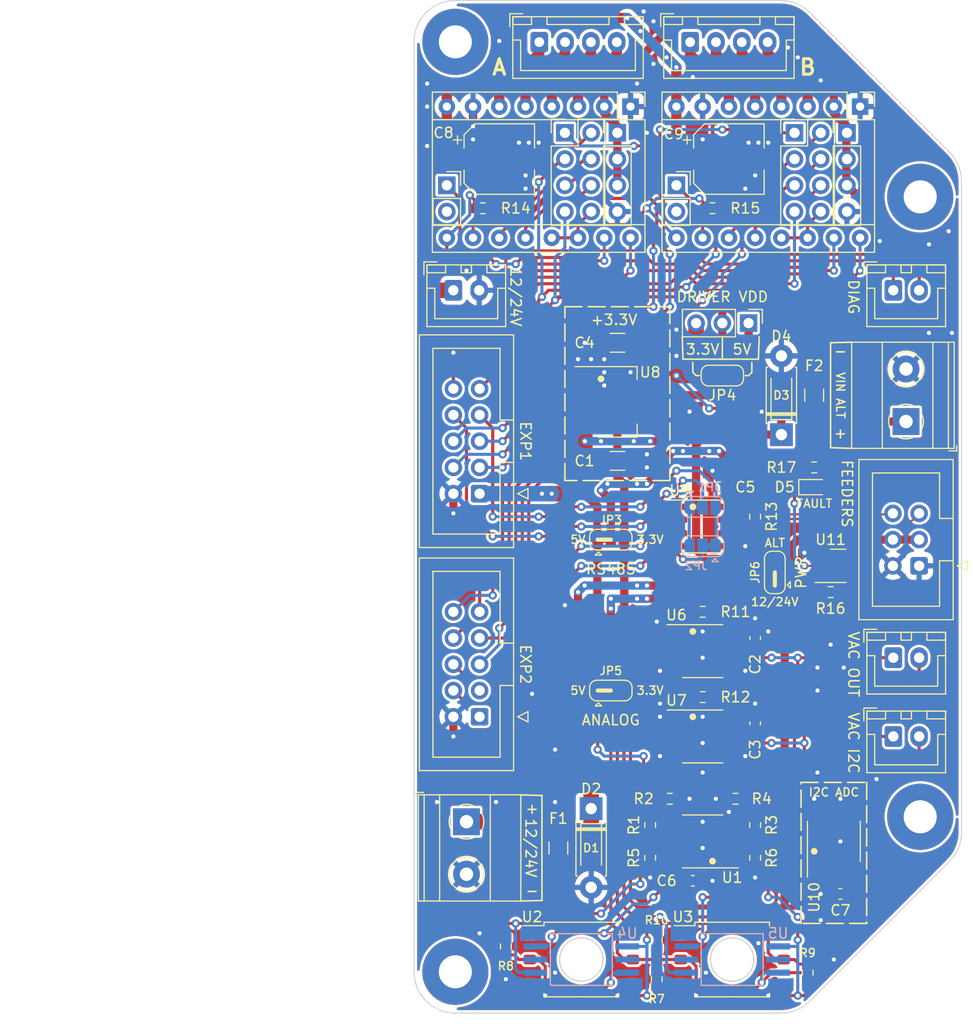
<source format=kicad_pcb>
(kicad_pcb (version 20221018) (generator pcbnew)
  (layers (0 "F.Cu" signal) (31 "B.Cu" signal) (34 "B.Paste" user) (35 "F.Paste" user) (36 "B.SilkS" user "B.Silkscreen") (37 "F.SilkS" user "F.Silkscreen") (38 "B.Mask" user) (39 "F.Mask" user) (44 "Edge.Cuts" user))
  (net 0 "")
  (net 1 "GND")
  (net 2 "VDD")
  (net 3 "/A_1B")
  (net 4 "/A_1A")
  (net 5 "/A_2A")
  (net 6 "/A_2B")
  (net 7 "+VDC")
  (net 8 "/D37")
  (net 9 "/A_MS1")
  (net 10 "/A_MS2")
  (net 11 "/A_MS3")
  (net 12 "/A_MS4")
  (net 13 "/A_STEP")
  (net 14 "/A_DIR")
  (net 15 "/B_1B")
  (net 16 "/B_1A")
  (net 17 "/B_2A")
  (net 18 "/B_2B")
  (net 19 "/D35")
  (net 20 "/B_MS1")
  (net 21 "/B_MS2")
  (net 22 "/B_MS3")
  (net 23 "/B_MS4")
  (net 24 "/B_STEP")
  (net 25 "/B_DIR")
  (net 26 "+5V")
  (net 27 "VDDA")
  (net 28 "+3.3V")
  (net 29 "Net-(J1-Pin_1)")
  (net 30 "/D17")
  (net 31 "/D16")
  (net 32 "/D50")
  (net 33 "/D52")
  (net 34 "/A_UART")
  (net 35 "/B_UART")
  (net 36 "/D33")
  (net 37 "/D51")
  (net 38 "/D49")
  (net 41 "/VAC_A")
  (net 42 "/VAC_B")
  (net 43 "/RS-485+")
  (net 44 "/RS-485-")
  (net 45 "Net-(J9-Pin_1)")
  (net 46 "Net-(J9-Pin_2)")
  (net 47 "/A_DIAG")
  (net 49 "/B_DIAG")
  (net 51 "/RO")
  (net 52 "/DI")
  (net 53 "Net-(U1A-+)")
  (net 54 "Net-(U1B-+)")
  (net 55 "Net-(U1A--)")
  (net 56 "Net-(U1B--)")
  (net 57 "Net-(U2-Vs+)")
  (net 58 "Net-(U2-Vo+)")
  (net 59 "Net-(U4-VOUT-)")
  (net 60 "Net-(U3-Vs+)")
  (net 61 "Net-(U3-Vo+)")
  (net 62 "Net-(U5-VOUT-)")
  (net 63 "Net-(R11-Pad1)")
  (net 64 "Net-(R11-Pad2)")
  (net 65 "Net-(R12-Pad1)")
  (net 66 "Net-(R12-Pad2)")
  (net 71 "Net-(J8-Pin_1)")
  (net 72 "/VCC_FEEDERS")
  (net 73 "/VCC_TRANSCEIVER")
  (net 74 "/VIN_ALT_FEEDERS")
  (net 75 "Net-(J7-Pin_3)")
  (net 77 "Net-(D5-K)")
  (net 78 "Net-(U11-I_{LIMIT})")
  (net 80 "Net-(D5-A)")
  (footprint "Jumper:SolderJumper-3_P1.3mm_Bridged12_RoundedPad1.0x1.5mm" (layer "F.Cu") (at -50.95 55.675)
    (fp_text reference "JP3")
    (fp_text value "VCC_TRANSCEIVER")
  )
  (footprint "Capacitor_SMD:CP_Elec_6.3x7.7" (layer "F.Cu") (at -61.745 18.845)
    (fp_text reference "C8")
    (fp_text value "100uF")
  )
  (footprint "Resistor_SMD:R_0603_1608Metric" (layer "F.Cu") (at -45.235 80.7575)
    (fp_text reference "R2")
    (fp_text value "3.3k")
  )
  (footprint "Capacitor_SMD:C_1206_3216Metric" (layer "F.Cu") (at -50.315 36.625 180)
    (fp_text reference "C4")
    (fp_text value "10uF")
  )
  (footprint "Connector_JST:JST_XH_B2B-XH-A_1x02_P2.50mm_Vertical" (layer "F.Cu") (at -23.605 67.105)
    (fp_text reference "J5" hide)
    (fp_text value "VAC OUT")
  )
  (footprint "Capacitor_SMD:C_0603_1608Metric" (layer "F.Cu") (at -40.4725 50.595 180)
    (fp_text reference "C5")
    (fp_text value "100nF")
  )
  (footprint "Connector_PinHeader_2.54mm:PinHeader_1x04_P2.54mm_Vertical" (layer "F.Cu") (at -28.09 16.305)
    (fp_text reference "J16" hide)
    (fp_text value "B_VDD")
  )
  (footprint "Jumper:SolderJumper-3_P1.3mm_Open_RoundedPad1.0x1.5mm_NumberLabels" (layer "F.Cu") (at -40.155 39.8 180)
    (fp_text reference "JP4")
    (fp_text value "VDD")
  )
  (footprint "TerminalBlock_Phoenix:TerminalBlock_Phoenix_MKDS-1,5-2-5.08_1x02_P5.08mm_Horizontal" (layer "F.Cu") (at -22.375 44.244999 90)
    (fp_text reference "J8" hide)
    (fp_text value "VIN_ALT_FEEDERS")
  )
  (footprint "Package_TO_SOT_SMD:SOT-223-3_TabPin2" (layer "F.Cu") (at -50.315 42.34)
    (fp_text reference "U8")
    (fp_text value "AP1117-33")
  )
  (footprint "Connector_PinHeader_2.54mm:PinHeader_2x04_P2.54mm_Vertical" (layer "F.Cu") (at -55.395 16.305)
    (fp_text reference "J10" hide)
    (fp_text value "A_MICROSTEPS")
  )
  (footprint "Resistor_SMD:R_0603_1608Metric" (layer "F.Cu") (at -47.14 83.2975 90)
    (fp_text reference "R1")
    (fp_text value "10k")
  )
  (footprint "Capacitor_SMD:C_0603_1608Metric" (layer "F.Cu") (at -36.98 65.2 90)
    (fp_text reference "C2")
    (fp_text value "100nF")
  )
  (footprint "Diode_SMD:D_SOD-123" (layer "F.Cu") (at -34.44 41.705 90)
    (fp_text reference "D3")
    (fp_text value "1N5819")
  )
  (footprint "Package_SO:SOIC-8_3.9x4.9mm_P1.27mm" (layer "F.Cu") (at -42.06 74.725)
    (fp_text reference "U7")
    (fp_text value "INA823")
  )
  (footprint "Jumper:SolderJumper-3_P1.3mm_Bridged12_RoundedPad1.0x1.5mm" (layer "F.Cu") (at -50.95 70.28)
    (fp_text reference "JP5")
    (fp_text value "VDDA")
  )
  (footprint "Resistor_SMD:R_0603_1608Metric" (layer "F.Cu") (at -41.1075 23.6075)
    (fp_text reference "R15")
    (fp_text value "10k")
  )
  (footprint "expander:SO-6_7x7mm_P2.54mm" (layer "F.Cu") (at -39.2025 96.315)
    (fp_text reference "U3")
    (fp_text value "XGZP")
  )
  (footprint "Diode_THT:D_DO-41_SOD81_P7.62mm_Horizontal" (layer "F.Cu") (at -34.44 45.515 90)
    (fp_text reference "D4")
    (fp_text value "1N4004")
  )
  (footprint "Resistor_SMD:R_0603_1608Metric" (layer "F.Cu") (at -36.98 83.2975 90)
    (fp_text reference "R3")
    (fp_text value "10k")
  )
  (footprint "MountingHole:MountingHole_3.2mm_M3_Pad" (layer "F.Cu") (at -21 22.5)
    (fp_text reference "H3" hide)
    (fp_text value "M1")
  )
  (footprint "expander:2SMPP-03" (layer "F.Cu") (at -53.8075 96.315)
    (fp_text reference "U4" hide)
    (fp_text value "2SMPP-03")
    (fp_circle (center 0 0) (end -2.1 0) (stroke (width 0.12)) (fill none) (layer "Edge.Cuts"))
  )
  (footprint "Connector_IDC:IDC-Header_2x05_P2.54mm_Vertical" (layer "F.Cu") (at -63.65 72.82 180)
    (fp_text reference "J3" hide)
    (fp_text value "EXP2")
  )
  (footprint "Resistor_SMD:R_0603_1608Metric" (layer "F.Cu") (at -61.11 95.045 90)
    (fp_text reference "R8")
    (fp_text value "RBIAS")
  )
  (footprint "Resistor_SMD:R_0603_1608Metric" (layer "F.Cu") (at -46.505 98.22 -90)
    (fp_text reference "R7")
    (fp_text value "RBIAS")
  )
  (footprint "expander:SO-6_7x7mm_P2.54mm" (layer "F.Cu") (at -53.8075 96.315)
    (fp_text reference "U2")
    (fp_text value "XGZP")
  )
  (footprint "Connector_PinSocket_2.54mm:PinSocket_1x02_P2.54mm_Vertical" (layer "F.Cu") (at -66.825 21.385)
    (fp_text reference "J11" hide)
    (fp_text value "A_DIAG")
  )
  (footprint "Diode_THT:D_DO-41_SOD81_P7.62mm_Horizontal" (layer "F.Cu") (at -52.855 81.71 -90)
    (fp_text reference "D2")
    (fp_text value "1N4004")
  )
  (footprint "Resistor_SMD:R_0603_1608Metric" (layer "F.Cu") (at -31.9 97.585 -90)
    (fp_text reference "R9")
    (fp_text value "RBIAS")
  )
  (footprint "Connector_JST:JST_XH_B4B-XH-A_1x04_P2.50mm_Vertical" (layer "F.Cu") (at -43.27 7.525)
    (fp_text reference "M2" hide)
    (fp_text value "Stepper_B")
  )
  (footprint "Package_SO:SOIC-8_3.9x4.9mm_P1.27mm" (layer "F.Cu") (at -42.06 66.47)
    (fp_text reference "U6")
    (fp_text value "INA823")
  )
  (footprint "Resistor_SMD:R_0603_1608Metric" (layer "F.Cu") (at -46.505 94.41 90)
    (fp_text reference "R10")
    (fp_text value "RBIAS")
  )
  (footprint "LED_SMD:LED_0603_1608Metric" (layer "F.Cu") (at -31.265 50.595)
    (fp_text reference "D5")
    (fp_text value "FAULT")
  )
  (footprint "Resistor_SMD:R_0603_1608Metric" (layer "F.Cu") (at -29.6775 60.755)
    (fp_text reference "R16")
    (fp_text value "20")
  )
  (footprint "Module:Pololu_Breakout-16_15.2x20.3mm" (layer "F.Cu") (at -49.045 13.765 -90)
    (fp_text reference "A1" hide)
    (fp_text value "DRIVER_A")
  )
  (footprint "Connector_IDC:IDC-Header_2x03_P2.54mm_Vertical" (layer "F.Cu") (at -21.105 58.215 180)
    (fp_text reference "J7" hide)
    (fp_text value "FEEDERS")
  )
  (footprint "Connector_PinSocket_2.54mm:PinSocket_1x02_P2.54mm_Vertical" (layer "F.Cu") (at -44.6 21.385)
    (fp_text reference "J15" hide)
    (fp_text value "A_DIAG")
  )
  (footprint "MountingHole:MountingHole_3.2mm_M3_Pad" (layer "F.Cu") (at -66 97.5)
    (fp_text reference "H2" hide)
    (fp_text value "M1")
  )
  (footprint "Resistor_SMD:R_0603_1608Metric" (layer "F.Cu") (at -38.885 80.7575 180)
    (fp_text reference "R4")
    (fp_text value "3.3k")
  )
  (footprint "Package_DFN_QFN:WDFN-10-1EP_3x3mm_P0.5mm_EP1.8x2.5mm" (layer "F.Cu") (at -29.6775 58.215)
    (fp_text reference "U11")
    (fp_text value "NIS4461")
  )
  (footprint "Capacitor_SMD:C_0603_1608Metric" (layer "F.Cu") (at -28.725 89.965 180)
    (fp_text reference "C7")
    (fp_text value "100nF")
  )
  (footprint "Fuse:Fuse_1206_3216Metric" (layer "F.Cu") (at -31.265 41.705 -90)
    (fp_text reference "F2")
    (fp_text value "15A")
  )
  (footprint "MountingHole:MountingHole_3.2mm_M3_Pad" (layer "F.Cu") (at -21 82.5)
    (fp_text reference "H4" hide)
    (fp_text value "M1")
  )
  (footprint "Resistor_SMD:R_0603_1608Metric" (layer "F.Cu") (at -31.265 48.69 180)
    (fp_text reference "R17")
    (fp_text value "470")
  )
  (footprint "Connector_JST:JST_XH_B4B-XH-A_1x04_P2.50mm_Vertical" (layer "F.Cu") (at -57.875 7.525)
    (fp_text reference "M1" hide)
    (fp_text value "Stepper_A")
  )
  (footprint "Capacitor_SMD:C_0603_1608Metric" (layer "F.Cu") (at -36.98 73.455 90)
    (fp_text reference "C3")
    (fp_text value "100nF")
  )
  (footprint "Connector_IDC:IDC-Header_2x05_P2.54mm_Vertical" (layer "F.Cu") (at -63.65 51.23 180)
    (fp_text reference "J2" hide)
    (fp_text value "EXP1")
  )
  (footprint "Package_SO:SOIC-8_3.9x4.9mm_P1.27mm" (layer "F.Cu") (at -29.36 84.885 90)
    (fp_text reference "U10")
    (fp_text value "MCP3426-xMS")
  )
  (footprint "Connector_JST:JST_XH_B2B-XH-A_1x02_P2.50mm_Vertical" (layer "F.Cu") (at -23.605 74.725)
    (fp_text reference "J9" hide)
    (fp_text value "VAC I2C")
  )
  (footprint "expander:2SMPP-03" (layer "F.Cu") (at -39.2025 96.315)
    (fp_text reference "U5" hide)
    (fp_text value "2SMPP-03")
    (fp_circle (center 0 0) (end -2.1 0) (stroke (width 0.12)) (fill none) (layer "Edge.Cuts"))
  )
  (footprint "Connector_PinHeader_2.54mm:PinHeader_1x03_P2.54mm_Vertical" (layer "F.Cu") (at -37.615 34.72 -90)
    (fp_text reference "J6" hide)
    (fp_text value "VDD")
  )
  (footprint "Fuse:Fuse_1206_3216Metric" (layer "F.Cu") (at -56.03 85.52 90)
    (fp_text reference "F1")
    (fp_text value "15A")
  )
  (footprint "Connector_PinHeader_2.54mm:PinHeader_1x04_P2.54mm_Vertical" (layer "F.Cu") (at -50.315 16.305)
    (fp_text reference "J12" hide)
    (fp_text value "A_VDD")
  )
  (footprint "Resistor_SMD:R_0603_1608Metric" (layer "F.Cu") (at -63.3325 23.6075)
    (fp_text reference "R14")
    (fp_text value "10k")
  )
  (footprint "Module:Pololu_Breakout-16_15.2x20.3mm" (layer "F.Cu") (at -26.82 13.765 -90)
    (fp_text reference "A2" hide)
    (fp_text value "DRIVER_B")
  )
  (footprint "Resistor_SMD:R_0603_1608Metric" (layer "F.Cu") (at -36.98 53.4525 -90)
    (fp_text reference "R13")
    (fp_text value "120")
  )
  (footprint "Connector_JST:JST_XH_B2B-XH-A_1x02_P2.50mm_Vertical" (layer "F.Cu") (at -23.605 31.545)
    (fp_text reference "J13" hide)
    (fp_text value "DIAG")
  )
  (footprint "Package_SO:SOIC-8_3.9x4.9mm_P1.27mm" (layer "F.Cu") (at -42.06 84.885 180)
    (fp_text reference "U1")
    (fp_text value "Opamp")
  )
  (footprint "MountingHole:MountingHole_3.2mm_M3_Pad" (layer "F.Cu") (at -66 7.5)
    (fp_text reference "H1" hide)
    (fp_text value "M1")
  )
  (footprint "Resistor_SMD:R_0603_1608Metric" (layer "F.Cu") (at -47.14 86.4725 -90)
    (fp_text reference "R5")
    (fp_text value "RCC")
  )
  (footprint "Resistor_SMD:R_0603_1608Metric" (layer "F.Cu") (at -42.06 62.66 180)
    (fp_text reference "R11")
    (fp_text value "RAMP")
  )
  (footprint "Capacitor_SMD:C_1206_3216Metric" (layer "F.Cu") (at -50.315 48.055)
    (fp_text reference "C1")
    (fp_text value "10uF")
  )
  (footprint "TerminalBlock_Phoenix:TerminalBlock_Phoenix_MKDS-1,5-2-5.08_1x02_P5.08mm_Horizontal" (layer "F.Cu") (at -64.92 82.975 -90)
    (fp_text reference "J1" hide)
    (fp_text value "12/24V")
  )
  (footprint "Diode_SMD:D_SOD-123" (layer "F.Cu") (at -52.855 85.52 -90)
    (fp_text reference "D1")
    (fp_text value "1N5819")
  )
  (footprint "Capacitor_SMD:CP_Elec_6.3x7.7" (layer "F.Cu") (at -39.52 18.845)
    (fp_text reference "C9")
    (fp_text value "100uF")
  )
  (footprint "Connector_JST:JST_XH_B2B-XH-A_1x02_P2.50mm_Vertical" (layer "F.Cu") (at -66.19 31.545)
    (fp_text reference "J4" hide)
    (fp_text value "12/24V")
  )
  (footprint "Connector_PinHeader_2.54mm:PinHeader_2x04_P2.54mm_Vertical" (layer "F.Cu") (at -33.17 16.305)
    (fp_text reference "J14" hide)
    (fp_text value "B_MICROSTEPS")
  )
  (footprint "Resistor_SMD:R_0603_1608Metric" (layer "F.Cu") (at -36.98 86.4725 -90)
    (fp_text reference "R6")
    (fp_text value "RCC")
  )
  (footprint "Package_SO:SOIC-8_3.9x4.9mm_P1.27mm" (layer "F.Cu") (at -42.06 54.405)
    (fp_text reference "U9")
    (fp_text value "SP308xE")
  )
  (footprint "Resistor_SMD:R_0603_1608Metric" (layer "F.Cu") (at -42.06 70.915 180)
    (fp_text reference "R12")
    (fp_text value "RAMP")
  )
  (footprint "Jumper:SolderJumper-3_P1.3mm_Bridged12_RoundedPad1.0x1.5mm" (layer "F.Cu") (at -35.075 58.85 90)
    (fp_text reference "JP6")
    (fp_text value "VCC_FEEDERS" hide)
  )
  (footprint "Capacitor_SMD:C_0603_1608Metric" (layer "F.Cu") (at -43.0125 88.695)
    (fp_text reference "C6")
    (fp_text value "100nF")
  )
  (footprint "Jumper:SolderJumper-3_P1.3mm_Bridged12_RoundedPad1.0x1.5mm" (layer "B.Cu") (at -42.06 52.5)
    (fp_text reference "JP1")
    (fp_text value "UART_FIX_1")
  )
  (footprint "Jumper:SolderJumper-3_P1.3mm_Bridged12_RoundedPad1.0x1.5mm" (layer "B.Cu") (at -42.06 56.31 180)
    (fp_text reference "JP2")
    (fp_text value "UART_FIX_2")
  )
  (gr_line (start -52.22 70.28) (end -50.95 70.28) (stroke (width 0.4) (type dash)) (layer "F.SilkS"))
  (gr_line (start -36.6625 38.2125) (end -36.5875 36.05) (stroke (width 0.15)) (layer "F.SilkS"))
  (gr_line (start -52.22 55.675) (end -50.95 55.675) (stroke (width 0.4) (type dash)) (layer "F.SilkS"))
  (gr_line (start -43.965 38.2125) (end -36.6625 38.2125) (stroke (width 0.15)) (layer "F.SilkS"))
  (gr_line (start -57.6175 90.6) (end -59.659 90.655) (stroke (width 0.15)) (layer "F.SilkS"))
  (gr_circle (center -43.0125 52.5) (end -42.7625 52.5) (stroke (width 0.15)) (fill solid) (layer "F.SilkS"))
  (gr_line (start -29.6775 36.619999) (end -27.636 36.564999) (stroke (width 0.15)) (layer "F.SilkS"))
  (gr_circle (center -41.1075 86.79) (end -40.8575 86.79) (stroke (width 0.15)) (fill solid) (layer "F.SilkS"))
  (gr_rect (start -55.395 33.1325) (end -45.235 49.96) (stroke (width 0.15) (type dash)) (fill none) (layer "F.SilkS"))
  (gr_line (start -29.6775 46.779999) (end -27.636 46.844999) (stroke (width 0.15)) (layer "F.SilkS"))
  (gr_line (start -43.0125 39.4825) (end -43.0125 38.53) (stroke (width 0.15)) (layer "F.SilkS"))
  (gr_line (start -37.615 39.8) (end -37.2975 39.4825) (stroke (width 0.15)) (layer "F.SilkS"))
  (gr_circle (center -43.0125 72.82) (end -42.7625 72.82) (stroke (width 0.15)) (fill solid) (layer "F.SilkS"))
  (gr_line (start -35.075 60.12) (end -35.075 58.85) (stroke (width 0.4) (type dash)) (layer "F.SilkS"))
  (gr_line (start -40.155 38.2125) (end -40.155 36.05) (stroke (width 0.15)) (layer "F.SilkS"))
  (gr_line (start -37.2975 39.4825) (end -37.2975 38.53) (stroke (width 0.15)) (layer "F.SilkS"))
  (gr_circle (center -43.0125 64.565) (end -42.7625 64.565) (stroke (width 0.15)) (fill solid) (layer "F.SilkS"))
  (gr_line (start -29.6775 36.619999) (end -29.6775 46.779999) (stroke (width 0.15)) (layer "F.SilkS"))
  (gr_circle (center -31.265 85.8375) (end -31.015 85.8375) (stroke (width 0.15)) (fill solid) (layer "F.SilkS"))
  (gr_rect (start -32.535 79.17) (end -26.185 92.8225) (stroke (width 0.15) (type dash)) (fill none) (layer "F.SilkS"))
  (gr_line (start -57.6175 80.44) (end -59.659 80.375) (stroke (width 0.15)) (layer "F.SilkS"))
  (gr_line (start -57.6175 90.6) (end -57.6175 80.44) (stroke (width 0.15)) (layer "F.SilkS"))
  (gr_line (start -42.3775 39.8) (end -42.695 39.8) (stroke (width 0.15)) (layer "F.SilkS"))
  (gr_line (start -43.965 38.2125) (end -44.04 36.05) (stroke (width 0.15)) (layer "F.SilkS"))
  (gr_line (start -42.695 39.8) (end -43.0125 39.4825) (stroke (width 0.15)) (layer "F.SilkS"))
  (gr_line (start -37.9325 39.8) (end -37.615 39.8) (stroke (width 0.15)) (layer "F.SilkS"))
  (gr_circle (center -51.9025 40.1175) (end -51.6525 40.1175) (stroke (width 0.15)) (fill solid) (layer "F.SilkS"))
  (gr_arc (start -34.5 3.5) (mid -32.969266 3.804482) (end -31.671573 4.671573) (stroke (width 0.1)) (layer "Edge.Cuts"))
  (gr_arc (start -66 101.5) (mid -68.828427 100.328427) (end -70 97.5) (stroke (width 0.1)) (layer "Edge.Cuts"))
  (gr_line (start -18.171573 86.828427) (end -31.671573 100.328427) (stroke (width 0.1)) (layer "Edge.Cuts"))
  (gr_arc (start -70 7.5) (mid -68.828427 4.671573) (end -66 3.5) (stroke (width 0.1)) (layer "Edge.Cuts"))
  (gr_arc (start -31.671573 100.328427) (mid -32.969266 101.195518) (end -34.5 101.5) (stroke (width 0.1)) (layer "Edge.Cuts"))
  (gr_arc (start -17 84) (mid -17.304482 85.530734) (end -18.171573 86.828427) (stroke (width 0.1)) (layer "Edge.Cuts"))
  (gr_line (start -66 3.5) (end -34.5 3.5) (stroke (width 0.1)) (layer "Edge.Cuts"))
  (gr_line (start -18.171573 18.171573) (end -31.671573 4.671573) (stroke (width 0.1)) (layer "Edge.Cuts"))
  (gr_arc (start -18.171573 18.171573) (mid -17.304482 19.469266) (end -17 21) (stroke (width 0.1)) (layer "Edge.Cuts"))
  (gr_line (start -66 101.5) (end -34.5 101.5) (stroke (width 0.1)) (layer "Edge.Cuts"))
  (gr_line (start -70 97.5) (end -70 7.5) (stroke (width 0.1)) (layer "Edge.Cuts"))
  (gr_line (start -17 84) (end -17 21) (stroke (width 0.1)) (layer "Edge.Cuts"))
  (gr_text "-" (at -58.57 89.6475) (layer "F.SilkS") (effects (font (size 1 1))))
  (gr_text "12/24V" (at -35.075 61.7075) (layer "F.SilkS") (effects (font (size 0.8 0.8) (thickness 0.14) bold)))
  (gr_text "3.3V" (at -42.06 37.26) (layer "F.SilkS") (effects (font (size 1 1))))
  (gr_text "5V" (at -54.125 70.28) (layer "F.SilkS") (effects (font (size 0.8 0.8) (thickness 0.14) bold)))
  (gr_text "PWR" (at -32.535 58.85 90) (layer "F.SilkS") (effects (font (size 1 1))))
  (gr_text "5V" (at -38.25 37.26) (layer "F.SilkS") (effects (font (size 1 1))))
  (gr_text "A" (at -61.745 9.955) (layer "F.SilkS") (effects (font (size 1.5 1.5) (thickness 0.3) bold)))
  (gr_text "FAULT" (at -31.265 52.1825) (layer "F.SilkS") (effects (font (size 0.8 0.8) (thickness 0.14) bold)))
  (gr_text "ANALOG" (at -50.95 73.1375) (layer "F.SilkS") (effects (font (size 1 1))))
  (gr_text "ALT" (at -35.075 55.9925) (layer "F.SilkS") (effects (font (size 0.8 0.8) (thickness 0.14) bold)))
  (gr_text "3.3V" (at -47.14 55.675) (layer "F.SilkS") (effects (font (size 0.8 0.8) (thickness 0.14) bold)))
  (gr_text "+" (at -28.725 45.515 180) (layer "F.SilkS") (effects (font (size 1 1))))
  (gr_text "3.3V" (at -47.14 70.28) (layer "F.SilkS") (effects (font (size 0.8 0.8) (thickness 0.14) bold)))
  (gr_text "+" (at -58.57 81.71) (layer "F.SilkS") (effects (font (size 1 1))))
  (gr_text "RS485" (at -50.95 58.5325) (layer "F.SilkS") (effects (font (size 1 1))))
  (gr_text "B" (at -31.9 9.955) (layer "F.SilkS") (effects (font (size 1.5 1.5) (thickness 0.3) bold)))
  (gr_text "-" (at -28.725 37.5775 180) (layer "F.SilkS") (effects (font (size 1 1))))
  (gr_text "+3.3V" (at -50.6325 34.4025) (layer "F.SilkS") (effects (font (size 1 1))))
  (gr_text "VIN ALT" (at -28.725 41.705 -90) (layer "F.SilkS") (effects (font (size 0.8 0.8) (thickness 0.14) bold)))
  (gr_text "5V" (at -54.125 55.675) (layer "F.SilkS") (effects (font (size 0.8 0.8) (thickness 0.14) bold)))
  (gr_text "DRIVER VDD" (at -40.155 32.18) (layer "F.SilkS") (effects (font (size 1 1))))
  (gr_text "I2C ADC" (at -29.36 80.1225) (layer "F.SilkS") (effects (font (size 0.8 0.8) (thickness 0.14) bold)))
  (segment (start -64.285 13.765) (end -64.285 15.67) (width 0.8) (layer "F.Cu") (net 1))
  (segment (start -66.19 72.82) (end -66.19 74.725) (width 0.8) (layer "F.Cu") (net 1))
  (segment (start -32.2175 56.945) (end -32.1225 57.215) (width 0.2) (layer "F.Cu") (net 1))
  (segment (start -31.1525 57.215) (end -31.9475 57.215) (width 0.2) (layer "F.Cu") (net 1))
  (segment (start -30.63 89.0125) (end -30.63 89.965) (width 0.8) (layer "F.Cu") (net 1))
  (segment (start -42.06 13.765) (end -42.06 16.94) (width 0.5) (layer "F.Cu") (net 1))
  (segment (start -31.9475 57.215) (end -32.2175 56.945) (width 0.2) (layer "F.Cu") (net 1))
  (segment (start -31.1525 57.215) (end -31.1525 56.6275) (width 0.2) (layer "F.Cu") (net 1))
  (segment (start -29.995 87.36) (end -29.995 85.52) (width 0.5) (layer "F.Cu") (net 1))
  (segment (start -66.19 51.23) (end -66.19 53.135) (width 0.8) (layer "F.Cu") (net 1))
  (segment (start -47.14 87.2975) (end -47.14 88.3775) (width 0.5) (layer "F.Cu") (net 1))
  (segment (start -29.995 88.3775) (end -30.63 89.0125) (width 0.8) (layer "F.Cu") (net 1))
  (segment (start -29.995 87.36) (end -29.995 88.3775) (width 0.8) (layer "F.Cu") (net 1))
  (via (at -47.4575 47.42) (size 0.8) (drill 0.4) (layers "F.Cu" "B.Cu") (net 1))
  (via (at -36.98 20.4325) (size 0.8) (drill 0.4) (layers "F.Cu" "B.Cu") (net 1))
  (via (at -29.6775 65.835) (size 0.8) (drill 0.4) (layers "F.Cu" "B.Cu") (net 1))
  (via (at -37.9325 68.375) (size 0.8) (drill 0.4) (layers "F.Cu" "B.Cu") (net 1))
  (via (at -41.1075 88.695) (size 0.8) (drill 0.4) (layers "F.Cu" "B.Cu") (net 1))
  (via (at -47.4575 48.69) (size 0.8) (drill 0.4) (layers "F.Cu" "B.Cu") (net 1))
  (via (at -66.19 74.725) (size 0.8) (drill 0.4) (layers "F.Cu" "B.Cu") (net 1))
  (via (at -37.9325 56.31) (size 0.8) (drill 0.4) (layers "F.Cu" "B.Cu") (net 1))
  (via (at -66.19 37.5775) (size 0.8) (drill 0.4) (layers "F.Cu" "B.Cu") (net 1))
  (via (at -36.345 43.2925) (size 0.8) (drill 0.4) (layers "F.Cu" "B.Cu") (net 1))
  (via (at -31.265 80.7575) (size 0.8) (drill 0.4) (layers "F.Cu" "B.Cu") (net 1))
  (via (at -50.315 99.8075) (size 0.8) (drill 0.4) (layers "F.Cu" "B.Cu") (net 1))
  (via (at -41.1075 49.0075) (size 0.8) (drill 0.4) (layers "F.Cu" "B.Cu") (net 1))
  (via (at -33.805 8.05) (size 0.8) (drill 0.4) (layers "F.Cu" "B.Cu") (net 1))
  (via (at -58.8875 17.2575) (size 0.8) (drill 0.4) (layers "F.Cu" "B.Cu") (net 1))
  (via (at -56.3475 75.995) (size 0.8) (drill 0.4) (layers "F.Cu" "B.Cu") (net 1))
  (via (at -63.65 93.775) (size 0.8) (drill 0.4) (layers "F.Cu" "B.Cu") (net 1))
  (via (at -67.7775 81.075) (size 0.8) (drill 0.4) (layers "F.Cu" "B.Cu") (net 1))
  (via (at -64.92 29.64) (size 0.8) (drill 0.4) (layers "F.Cu" "B.Cu") (net 1))
  (via (at -42.06 67.105) (size 0.8) (drill 0.4) (layers "F.Cu" "B.Cu") (net 1))
  (via (at -59.205 21.7025) (size 0.8) (drill 0.4) (layers "F.Cu" "B.Cu") (net 1))
  (via (at -57.935 17.2575) (size 0.8) (drill 0.4) (layers "F.Cu" "B.Cu") (net 1))
  (via (at -43.33 43.2925) (size 0.8) (drill 0.4) (layers "F.Cu" "B.Cu") (net 1))
  (via (at -36.98 63.295) (size 0.8) (drill 0.4) (layers "F.Cu" "B.Cu") (net 1))
  (via (at -59.205 20.4325) (size 0.8) (drill 0.4) (layers "F.Cu" "B.Cu") (net 1))
  (via (at -35.71 17.2575) (size 0.8) (drill 0.4) (layers "F.Cu" "B.Cu") (net 1))
  (via (at -29.36 96.315) (size 0.8) (drill 0.4) (layers "F.Cu" "B.Cu") (net 1))
  (via (at -57.3 99.8075) (size 0.8) (drill 0.4) (layers "F.Cu" "B.Cu") (net 1))
  (via (at -37.9325 21.7025) (size 0.8) (drill 0.4) (layers "F.Cu" "B.Cu") (net 1))
  (via (at -43.33 80.7575) (size 0.8) (drill 0.4) (layers "F.Cu" "B.Cu") (net 1))
  (via (at -42.695 99.8075) (size 0.8) (drill 0.4) (layers "F.Cu" "B.Cu") (net 1))
  (via (at -30.63 89.965) (size 0.8) (drill 0.4) (layers "F.Cu" "B.Cu") (net 1))
  (via (at -24.915 26.7825) (size 0.8) (drill 0.4) (layers "F.Cu" "B.Cu") (net 1))
  (via (at -61.745 7.415) (size 0.8) (drill 0.4) (layers "F.Cu" "B.Cu") (net 1))
  (via (at -39.52 82.0275) (size 0.8) (drill 0.4) (layers "F.Cu" "B.Cu") (net 1))
  (via (at -17.93 35.6725) (size 0.8) (drill 0.4) (layers "F.Cu" "B.Cu") (net 1))
  (via (at -68.73 11.5425) (size 0.8) (drill 0.4) (layers "F.Cu" "B.Cu") (net 1))
  (via (at -64.285 16.94) (size 0.8) (drill 0.4) (layers "F.Cu" "B.Cu") (net 1))
  (via (at -43.0125 10.9075) (size 0.8) (drill 0.4) (layers "F.Cu" "B.Cu") (net 1))
  (via (at -59.84 17.2575) (size 0.8) (drill 0.4) (layers "F.Cu" "B.Cu") (net 1))
  (via (at -30.9475 68.0575) (size 0.8) (drill 0.4) (layers "F.Cu" "B.Cu") (net 1))
  (via (at -32.2175 56.945) (size 0.8) (drill 0.4) (layers "F.Cu" "B.Cu") (net 1))
  (via (at -61.11 98.22) (size 0.8) (drill 0.4) (layers "F.Cu" "B.Cu") (net 1))
  (via (at -25.2325 78.8525) (size 0.8) (drill 0.4) (layers "F.Cu" "B.Cu") (net 1))
  (via (at -35.71 64.565) (size 0.8) (drill 0.4) (layers "F.Cu" "B.Cu") (net 1))
  (via (at -42.06 78.2175) (size 0.8) (drill 0.4) (layers "F.Cu" "B.Cu") (net 1))
  (via (at -46.8225 9.6375) (size 0.8) (drill 0.4) (layers "F.Cu" "B.Cu") (net 1))
  (via (at -62.0625 81.075) (size 0.8) (drill 0.4) (layers "F.Cu" "B.Cu") (net 1))
  (via (at -46.1875 71.55) (size 0.8) (drill 0.4) (layers "F.Cu" "B.Cu") (net 1))
  (via (at -66.19 53.135) (size 0.8) (drill 0.4) (layers "F.Cu" "B.Cu") (net 1))
  (via (at -36.6625 17.2575) (size 0.8) (drill 0.4) (layers "F.Cu" "B.Cu") (net 1))
  (via (at -46.1875 68.375) (size 0.8) (drill 0.4) (layers "F.Cu" "B.Cu") (net 1))
  (via (at -30.63 92.505) (size 0.8) (drill 0.4) (layers "F.Cu" "B.Cu") (net 1))
  (via (at -44.6 35.355) (size 0.8) (drill 0.4) (layers "F.Cu" "B.Cu") (net 1))
  (via (at -42.06 16.94) (size 0.8) (drill 0.4) (layers "F.Cu" "B.Cu") (net 1))
  (via (at -54.125 38.2125) (size 0.8) (drill 0.4) (layers "F.Cu" "B.Cu") (net 1))
  (via (at -32.8525 9.0025) (size 0.8) (drill 0.4) (layers "F.Cu" "B.Cu") (net 1))
  (via (at -30.9475 78.2175) (size 0.8) (drill 0.4) (layers "F.Cu" "B.Cu") (net 1))
  (via (at -58.57 70.5975) (size 0.8) (drill 0.4) (layers "F.Cu" "B.Cu") (net 1))
  (via (at -47.4575 16.305) (size 0.8) (drill 0.4) (layers "F.Cu" "B.Cu") (net 1))
  (via (at -28.725 80.7575) (size 0.8) (drill 0.4) (layers "F.Cu" "B.Cu") (net 1))
  (via (at -68.73 17.575) (size 0.8) (drill 0.4) (layers "F.Cu" "B.Cu") (net 1))
  (via (at -30.63 11.225) (size 0.8) (drill 0.4) (layers "F.Cu" "B.Cu") (net 1))
  (via (at -46.8225 5.51) (size 0.8) (drill 0.4) (layers "F.Cu" "B.Cu") (net 1))
  (via (at -44.6 37.895) (size 0.8) (drill 0.4) (layers "F.Cu" "B.Cu") (net 1))
  (via (at -42.06 85.52) (size 0.8) (drill 0.4) (layers "F.Cu" "B.Cu") (net 1))
  (via (at -41.7425 97.585) (size 0.8) (drill 0.4) (layers "F.Cu" "B.Cu") (net 1))
  (via (at -49.045 39.4825) (size 0.8) (drill 0.4) (layers "F.Cu" "B.Cu") (net 1))
  (via (at -47.775 4.5575) (size 0.8) (drill 0.4) (layers "F.Cu" "B.Cu") (net 1))
  (via (at -35.71 99.8075) (size 0.8) (drill 0.4) (layers "F.Cu" "B.Cu") (net 1))
  (via (at -56.3475 97.585) (size 0.8) (drill 0.4) (layers "F.Cu" "B.Cu") (net 1))
  (via (at -55.395 62.025) (size 0.8) (drill 0.4) (layers "F.Cu" "B.Cu") (net 1))
  (via (at -28.4075 68.0575) (size 0.8) (drill 0.4) (layers "F.Cu" "B.Cu") (net 1))
  (via (at -40.79 80.7575) (size 0.8) (drill 0.4) (layers "F.Cu" "B.Cu") (net 1))
  (via (at -42.06 64.565) (size 0.8) (drill 0.4) (layers "F.Cu" "B.Cu") (net 1))
  (via (at -42.06 75.36) (size 0.8) (drill 0.4) (layers "F.Cu" "B.Cu") (net 1))
  (via (at -48.41 11.5425) (size 0.8) (drill 0.4) (layers "F.Cu" "B.Cu") (net 1))
  (via (at -51.585 38.2125) (size 0.8) (drill 0.4) (layers "F.Cu" "B.Cu") (net 1))
  (via (at -64.285 15.67) (size 0.8) (drill 0.4) (layers "F.Cu" "B.Cu") (net 1))
  (via (at -53.49 36.625) (size 0.8) (drill 0.4) (layers "F.Cu" "B.Cu") (net 1))
  (via (at -46.1875 72.82) (size 0.8) (drill 0.4) (layers "F.Cu" "B.Cu") (net 1))
  (via (at -28.725 84.885) (size 0.8) (drill 0.4) (layers "F.Cu" "B.Cu") (net 1))
  (via (at -36.6625 94.7275) (size 0.8) (drill 0.4) (layers "F.Cu" "B.Cu") (net 1))
  (via (at -46.1875 76.63) (size 0.8) (drill 0.4) (layers "F.Cu" "B.Cu") (net 1))
  (via (at -37.615 17.2575) (size 0.8) (drill 0.4) (layers "F.Cu" "B.Cu") (net 1))
  (via (at -42.06 82.98) (size 0.8) (drill 0.4) (layers "F.Cu" "B.Cu") (net 1))
  (via (at -47.14 88.3775) (size 0.8) (drill 0.4) (layers "F.Cu" "B.Cu") (net 1))
  (via (at -20.1525 35.6725) (size 0.8) (drill 0.4) (layers "F.Cu" "B.Cu") (net 1))
  (via (at -68.73 13.765) (size 0.8) (drill 0.4) (layers "F.Cu" "B.Cu") (net 1))
  (via (at -20.1525 27.1) (size 0.8) (drill 0.4) (layers "F.Cu" "B.Cu") (net 1))
  (via (at -46.505 63.6125) (size 0.8) (drill 0.4) (layers "F.Cu" "B.Cu") (net 1))
  (via (at -56.3475 81.075) (size 0.8) (drill 0.4) (layers "F.Cu" "B.Cu") (net 1))
  (via (at -30.9475 70.28) (size 0.8) (drill 0.4) (layers "F.Cu" "B.Cu") (net 1))
  (via (at -37.9325 76.63) (size 0.8) (drill 0.4) (layers "F.Cu" "B.Cu") (net 1))
  (via (at -18.2475 25.83) (size 0.8) (drill 0.4) (layers "F.Cu" "B.Cu") (net 1))
  (via (at -51.585 40.7525) (size 0.8) (drill 0.4) (layers "F.Cu" "B.Cu") (net 1))
  (via (at -36.98 88.3775) (size 0.8) (drill 0.4) (layers "F.Cu" "B.Cu") (net 1))
  (via (at -42.06 72.82) (size 0.8) (drill 0.4) (layers "F.Cu" "B.Cu") (net 1))
  (via (at -52.855 38.2125) (size 0.8) (drill 0.4) (layers "F.Cu" "B.Cu") (net 1))
  (via (at -51.585 39.4825) (size 0.8) (drill 0.4) (layers "F.Cu" "B.Cu") (net 1))
  (via (at -36.98 71.55) (size 0.8) (drill 0.4) (layers "F.Cu" "B.Cu") (net 1))
  (segment (start -50.315 23.925) (end -51.585 22.655) (width 0.5) (layer "B.Cu") (net 1))
  (segment (start -50.315 15.67) (end -50.95 15.035) (width 0.8) (layer "F.Cu") (net 2))
  (segment (start -19.2 30.275) (end -28.09 21.385) (width 0.8) (layer "F.Cu") (net 2))
  (segment (start -41.1075 15.67) (end -40.4675 15.03) (width 0.3) (layer "F.Cu") (net 2))
  (segment (start -40.155 39.8) (end -40.155 34.72) (width 0.8) (layer "F.Cu") (net 2))
  (segment (start -50.315 21.395) (end -50.315 16.315) (width 0.8) (layer "F.Cu") (net 2))
  (segment (start -28.73 15.03) (end -28.725 15.035) (width 0.8) (layer "F.Cu") (net 2))
  (segment (start -50.95 15.035) (end -51.585 14.4) (width 0.8) (layer "F.Cu") (net 2))
  (segment (start -62.5075 22.7825) (end -62.5075 23.6075) (width 0.3) (layer "F.Cu") (net 2))
  (segment (start -62.6975 16.305) (end -62.0625 16.94) (width 0.3) (layer "F.Cu") (net 2))
  (segment (start -40.2825 22.7825) (end -39.8375 22.3375) (width 0.3) (layer "F.Cu") (net 2))
  (segment (start -39.8375 22.3375) (end -39.8375 17.575) (width 0.3) (layer "F.Cu") (net 2))
  (segment (start -19.2 32.815) (end -19.2 30.275) (width 0.8) (layer "F.Cu") (net 2))
  (segment (start -40.155 34.72) (end -40.155 33.45) (width 0.8) (layer "F.Cu") (net 2))
  (segment (start -44.2825 5.1925) (end -34.1225 5.1925) (width 0.8) (layer "F.Cu") (net 2))
  (segment (start -29.36 13.765) (end -29.36 9.955) (width 0.8) (layer "F.Cu") (net 2))
  (segment (start -25.8675 32.815) (end -24.915 33.7675) (width 0.8) (layer "F.Cu") (net 2))
  (segment (start -62.0625 22.3375) (end -62.5075 22.7825) (width 0.3) (layer "F.Cu") (net 2))
  (segment (start -51.585 12.495) (end -51.585 13.765) (width 0.8) (layer "F.Cu") (net 2))
  (segment (start -41.1075 16.305) (end -41.1075 15.67) (width 0.3) (layer "F.Cu") (net 2))
  (segment (start -50.315 16.315) (end -50.315 15.67) (width 0.8) (layer "F.Cu") (net 2))
  (segment (start -24.915 33.7675) (end -20.1525 33.7675) (width 0.8) (layer "F.Cu") (net 2))
  (segment (start -51.585 12.495) (end -44.2825 5.1925) (width 0.8) (layer "F.Cu") (net 2))
  (segment (start -62.6975 15.67) (end -62.6975 16.305) (width 0.3) (layer "F.Cu") (net 2))
  (segment (start -40.155 33.45) (end -39.52 32.815) (width 0.8) (layer "F.Cu") (net 2))
  (segment (start -40.4675 15.03) (end -28.73 15.03) (width 0.3) (layer "F.Cu") (net 2))
  (segment (start -50.955 15.03) (end -50.95 15.035) (width 0.8) (layer "F.Cu") (net 2))
  (segment (start -39.52 32.815) (end -25.8675 32.815) (width 0.8) (layer "F.Cu") (net 2))
  (segment (start -40.2825 23.6075) (end -40.2825 22.7825) (width 0.3) (layer "F.Cu") (net 2))
  (segment (start -39.8375 17.575) (end -41.1075 16.305) (width 0.3) (layer "F.Cu") (net 2))
  (segment (start -34.1225 5.1925) (end -29.36 9.955) (width 0.8) (layer "F.Cu") (net 2))
  (segment (start -28.15 15.61) (end -29.36 14.4) (width 0.8) (layer "F.Cu") (net 2))
  (segment (start -62.0575 15.03) (end -62.6975 15.67) (width 0.3) (layer "F.Cu") (net 2))
  (segment (start -50.955 15.03) (end -62.0575 15.03) (width 0.3) (layer "F.Cu") (net 2))
  (segment (start -62.0625 16.94) (end -62.0625 22.3375) (width 0.3) (layer "F.Cu") (net 2))
  (segment (start -28.15 21.275) (end -28.15 16.195) (width 0.8) (layer "F.Cu") (net 2))
  (segment (start -29.36 14.4) (end -29.36 13.765) (width 0.8) (layer "F.Cu") (net 2))
  (segment (start -20.1525 33.7675) (end -19.2 32.815) (width 0.8) (layer "F.Cu") (net 2))
  (segment (start -51.585 14.4) (end -51.585 13.775) (width 0.8) (layer "F.Cu") (net 2))
  (segment (start -28.15 16.195) (end -28.15 15.61) (width 0.8) (layer "F.Cu") (net 2))
  (segment (start -50.375 8.745) (end -54.125 12.495) (width 1) (layer "F.Cu") (net 3))
  (segment (start -50.375 7.525) (end -50.375 8.745) (width 1) (layer "F.Cu") (net 3))
  (segment (start -54.125 12.495) (end -54.125 13.765) (width 1) (layer "F.Cu") (net 3))
  (segment (start -52.875 7.525) (end -52.875 8.705) (width 1) (layer "F.Cu") (net 4))
  (segment (start -56.665 12.495) (end -56.665 13.765) (width 1) (layer "F.Cu") (net 4))
  (segment (start -52.875 8.705) (end -56.665 12.495) (width 1) (layer "F.Cu") (net 4))
  (segment (start -55.375 8.665) (end -59.205 12.495) (width 1) (layer "F.Cu") (net 5))
  (segment (start -59.205 12.495) (end -59.205 13.765) (width 1) (layer "F.Cu") (net 5))
  (segment (start -55.375 7.525) (end -55.375 8.665) (width 1) (layer "F.Cu") (net 5))
  (segment (start -57.875 7.525) (end -57.875 8.625) (width 1) (layer "F.Cu") (net 6))
  (segment (start -61.745 12.495) (end -61.745 13.765) (width 1) (layer "F.Cu") (net 6))
  (segment (start -57.875 8.625) (end -61.745 12.495) (width 1) (layer "F.Cu") (net 6))
  (segment (start -68.4125 29.3225) (end -68.4125 31.545) (width 1.5) (layer "F.Cu") (net 7))
  (segment (start -66.19 18.845) (end -64.445 18.845) (width 1) (layer "F.Cu") (net 7))
  (segment (start -63.39 11.6) (end -65.93 11.6) (width 1) (layer "F.Cu") (net 7))
  (segment (start -68.4125 77.265) (end -68.4125 31.545) (width 1.5) (layer "F.Cu") (net 7))
  (segment (start -68.4125 77.265) (end -67.1425 78.535) (width 1.5) (layer "F.Cu") (net 7))
  (segment (start -68.4125 29.3225) (end -68.4125 28.37) (width 1.5) (layer "F.Cu") (net 7))
  (segment (start -48.0925 6.4625) (end -49.3625 5.1925) (width 1) (layer "F.Cu") (net 7))
  (segment (start -52.855 83.87) (end -54.38 83.87) (width 1.5) (layer "F.Cu") (net 7))
  (segment (start -66.825 13.765) (end -66.825 18.21) (width 1) (layer "F.Cu") (net 7))
  (segment (start -66.825 12.495) (end -66.825 13.765) (width 1) (layer "F.Cu") (net 7))
  (segment (start -36.315 60.15) (end -36.345 60.12) (width 0.8) (layer "F.Cu") (net 7))
  (segment (start -45.5525 9.0025) (end -44.6 9.955) (width 1) (layer "F.Cu") (net 7))
  (segment (start -35.075 60.15) (end -36.315 60.15) (width 0.8) (layer "F.Cu") (net 7))
  (segment (start -66.825 18.21) (end -66.19 18.845) (width 1) (layer "F.Cu") (net 7))
  (segment (start -68.73 20.115) (end -66.825 18.21) (width 1) (layer "F.Cu") (net 7))
  (segment (start -68.4125 31.545) (end -66.19 31.545) (width 1.5) (layer "F.Cu") (net 7))
  (segment (start -44.6 13.765) (end -44.6 9.955) (width 1) (layer "F.Cu") (net 7))
  (segment (start -52.855 81.71) (end -52.855 79.805) (width 1.5) (layer "F.Cu") (net 7))
  (segment (start -52.855 79.805) (end -54.125 78.535) (width 1.5) (layer "F.Cu") (net 7))
  (segment (start -36.345 60.12) (end -47.4575 60.12) (width 0.8) (layer "F.Cu") (net 7))
  (segment (start -44.6 18.21) (end -44.6 13.765) (width 1) (layer "F.Cu") (net 7))
  (segment (start -47.4575 60.12) (end -48.41 60.12) (width 0.8) (layer "F.Cu") (net 7))
  (segment (start -68.73 20.115) (end -68.73 28.0525) (width 1) (layer "F.Cu") (net 7))
  (segment (start -56.03 84.12) (end -54.63 84.12) (width 1.5) (layer "F.Cu") (net 7))
  (segment (start -53.49 60.12) (end -54.125 60.755) (width 0.8) (layer "F.Cu") (net 7))
  (segment (start -42.22 18.845) (end -43.965 18.845) (width 1) (layer "F.Cu") (net 7))
  (segment (start -67.1425 78.535) (end -54.76 78.535) (width 1.5) (layer "F.Cu") (net 7))
  (segment (start -60.1575 6.145) (end -60.1575 8.3675) (width 1) (layer "F.Cu") (net 7))
  (segment (start -54.125 60.755) (end -54.125 78.535) (width 0.8) (layer "F.Cu") (net 7))
  (segment (start -59.205 5.1925) (end -60.1575 6.145) (width 1) (layer "F.Cu") (net 7))
  (segment (start -52.855 83.87) (end -52.855 81.71) (width 1.5) (layer "F.Cu") (net 7))
  (segment (start -65.93 11.6) (end -66.825 12.495) (width 1) (layer "F.Cu") (net 7))
  (segment (start -43.965 18.845) (end -44.6 18.21) (width 1) (layer "F.Cu") (net 7))
  (segment (start -54.125 78.535) (end -54.76 78.535) (width 1.5) (layer "F.Cu") (net 7))
  (segment (start -68.73 28.0525) (end -68.4125 28.37) (width 1) (layer "F.Cu") (net 7))
  (segment (start -49.3625 5.1925) (end -59.205 5.1925) (width 1) (layer "F.Cu") (net 7))
  (segment (start -60.1575 8.3675) (end -63.39 11.6) (width 1) (layer "F.Cu") (net 7))
  (segment (start -54.38 83.87) (end -54.63 84.12) (width 1.5) (layer "F.Cu") (net 7))
  (via (at -49.3625 5.1925) (size 0.8) (drill 0.4) (layers "F.Cu" "B.Cu") (net 7))
  (via (at -53.49 60.12) (size 0.8) (drill 0.4) (layers "F.Cu" "B.Cu") (net 7))
  (via (at -44.6 9.955) (size 0.8) (drill 0.4) (layers "F.Cu" "B.Cu") (net 7))
  (via (at -47.4575 60.12) (size 0.8) (drill 0.4) (layers "F.Cu" "B.Cu") (net 7))
  (via (at -48.41 60.12) (size 0.8) (drill 0.4) (layers "F.Cu" "B.Cu") (net 7))
  (via (at -48.0925 6.4625) (size 0.8) (drill 0.4) (layers "F.Cu" "B.Cu") (net 7))
  (via (at -54.125 60.755) (size 0.8) (drill 0.4) (layers "F.Cu" "B.Cu") (net 7))
  (via (at -45.5525 9.0025) (size 0.8) (drill 0.4) (layers "F.Cu" "B.Cu") (net 7))
  (segment (start -53.49 60.12) (end -54.125 60.755) (width 0.8) (layer "B.Cu") (net 7))
  (segment (start -45.5525 9.0025) (end -48.0925 6.4625) (width 1) (layer "B.Cu") (net 7))
  (segment (start -48.0925 6.4625) (end -49.3625 5.1925) (width 1) (layer "B.Cu") (net 7))
  (segment (start -45.5525 9.0025) (end -44.6 9.955) (width 1) (layer "B.Cu") (net 7))
  (segment (start -47.4575 60.12) (end -48.41 60.12) (width 0.8) (layer "B.Cu") (net 7))
  (segment (start -48.41 60.12) (end -53.49 60.12) (width 0.8) (layer "B.Cu") (net 7))
  (segment (start -64.1575 23.6075) (end -64.1575 22.7825) (width 0.3) (layer "F.Cu") (net 8))
  (segment (start -62.6975 38.53) (end -61.745 37.5775) (width 0.3) (layer "F.Cu") (net 8))
  (segment (start -66.825 28.0525) (end -66.825 26.465) (width 0.3) (layer "F.Cu") (net 8))
  (segment (start -64.1575 22.7825) (end -64.6025 22.3375) (width 0.3) (layer "F.Cu") (net 8))
  (segment (start -65.555 38.53) (end -62.6975 38.53) (width 0.3) (layer "F.Cu") (net 8))
  (segment (start -66.19 39.165) (end -65.555 38.53) (width 0.3) (layer "F.Cu") (net 8))
  (segment (start -66.19 28.6875) (end -66.825 28.0525) (width 0.3) (layer "F.Cu") (net 8))
  (segment (start -63.65 28.6875) (end -66.19 28.6875) (width 0.3) (layer "F.Cu") (net 8))
  (segment (start -66.19 41.07) (end -66.19 39.165) (width 0.3) (layer "F.Cu") (net 8))
  (segment (start -61.745 30.5925) (end -63.65 28.6875) (width 0.3) (layer "F.Cu") (net 8))
  (segment (start -61.745 37.5775) (end -61.745 30.5925) (width 0.3) (layer "F.Cu") (net 8))
  (via (at -64.6025 22.3375) (size 0.8) (drill 0.4) (layers "F.Cu" "B.Cu") (net 8))
  (segment (start -64.6025 24.2425) (end -64.6025 22.3375) (width 0.3) (layer "B.Cu") (net 8))
  (segment (start -66.825 26.465) (end -64.6025 24.2425) (width 0.3) (layer "B.Cu") (net 8))
  (segment (start -56.3475 17.575) (end -57.6175 16.305) (width 0.3) (layer "F.Cu") (net 9))
  (segment (start -61.4275 16.94) (end -61.4275 23.925) (width 0.3) (layer "F.Cu") (net 9))
  (segment (start -60.7925 16.305) (end -61.4275 16.94) (width 0.3) (layer "F.Cu") (net 9))
  (segment (start -52.855 16.305) (end -54.125 17.575) (width 0.3) (layer "F.Cu") (net 9))
  (segment (start -61.4275 23.925) (end -62.0625 24.56) (width 0.3) (layer "F.Cu") (net 9))
  (segment (start -63.65 24.56) (end -62.0625 24.56) (width 0.3) (layer "F.Cu") (net 9))
  (segment (start -54.125 17.575) (end -56.3475 17.575) (width 0.3) (layer "F.Cu") (net 9))
  (segment (start -64.285 25.195) (end -63.65 24.56) (width 0.3) (layer "F.Cu") (net 9))
  (segment (start -57.6175 16.305) (end -60.7925 16.305) (width 0.3) (layer "F.Cu") (net 9))
  (segment (start -64.285 26.465) (end -64.285 25.195) (width 0.3) (layer "F.Cu") (net 9))
  (segment (start -56.665 20.75) (end -56.03 20.115) (width 0.3) (layer "F.Cu") (net 10))
  (segment (start -56.665 21.0675) (end -56.665 20.75) (width 0.3) (layer "F.Cu") (net 10))
  (segment (start -54.76 20.115) (end -53.49 18.845) (width 0.3) (layer "F.Cu") (net 10))
  (segment (start -56.03 20.115) (end -54.76 20.115) (width 0.3) (layer "F.Cu") (net 10))
  (segment (start -61.745 26.1475) (end -56.665 21.0675) (width 0.3) (layer "F.Cu") (net 10))
  (segment (start -56.3475 22.655) (end -59.205 25.5125) (width 0.3) (layer "F.Cu") (net 11))
  (segment (start -54.125 22.655) (end -56.3475 22.655) (width 0.3) (layer "F.Cu") (net 11))
  (segment (start -52.855 21.385) (end -54.125 22.655) (width 0.3) (layer "F.Cu") (net 11))
  (segment (start -59.205 25.5125) (end -59.205 26.465) (width 0.3) (layer "F.Cu") (net 11))
  (segment (start -54.125 26.465) (end -54.125 25.195) (width 0.3) (layer "F.Cu") (net 12))
  (segment (start -56.665 26.465) (end -54.125 26.465) (width 0.3) (layer "F.Cu") (net 12))
  (segment (start -54.125 25.195) (end -52.855 23.925) (width 0.3) (layer "F.Cu") (net 12))
  (segment (start -60.475 30.5925) (end -58.8875 29.005) (width 0.3) (layer "F.Cu") (net 13))
  (segment (start -52.22 28.6875) (end -51.585 28.6875) (width 0.3) (layer "F.Cu") (net 13))
  (segment (start -52.5375 29.005) (end -52.22 28.6875) (width 0.3) (layer "F.Cu") (net 13))
  (segment (start -61.4275 44.88) (end -60.475 43.9275) (width 0.3) (layer "F.Cu") (net 13))
  (segment (start -60.475 43.9275) (end -60.475 30.5925) (width 0.3) (layer "F.Cu") (net 13))
  (segment (start -58.8875 29.005) (end -52.5375 29.005) (width 0.3) (layer "F.Cu") (net 13))
  (via (at -61.4275 44.88) (size 0.8) (drill 0.4) (layers "F.Cu" "B.Cu") (net 13))
  (via (at -51.585 28.6875) (size 0.8) (drill 0.4) (layers "F.Cu" "B.Cu") (net 13))
  (segment (start -51.585 28.6875) (end -51.585 26.465) (width 0.3) (layer "B.Cu") (net 13))
  (segment (start -64.92 44.88) (end -61.4275 44.88) (width 0.3) (layer "B.Cu") (net 13))
  (segment (start -64.92 44.88) (end -66.19 46.15) (width 0.3) (layer "B.Cu") (net 13))
  (segment (start -59.205 45.1975) (end -59.205 31.2275) (width 0.3) (layer "F.Cu") (net 14))
  (segment (start -59.205 31.2275) (end -58.2525 30.275) (width 0.3) (layer "F.Cu") (net 14))
  (segment (start -49.68 30.275) (end -49.045 29.64) (width 0.3) (layer "F.Cu") (net 14))
  (segment (start -58.2525 30.275) (end -49.68 30.275) (width 0.3) (layer "F.Cu") (net 14))
  (segment (start -61.4275 47.42) (end -59.205 45.1975) (width 0.3) (layer "F.Cu") (net 14))
  (via (at -61.4275 47.42) (size 0.8) (drill 0.4) (layers "F.Cu" "B.Cu") (net 14))
  (via (at -49.045 29.64) (size 0.8) (drill 0.4) (layers "F.Cu" "B.Cu") (net 14))
  (segment (start -64.92 47.42) (end -61.4275 47.42) (width 0.3) (layer "B.Cu") (net 14))
  (segment (start -49.045 29.64) (end -49.045 26.465) (width 0.3) (layer "B.Cu") (net 14))
  (segment (start -66.19 48.69) (end -64.92 47.42) (width 0.3) (layer "B.Cu") (net 14))
  (segment (start -31.9 12.495) (end -31.9 13.765) (width 1) (layer "F.Cu") (net 15))
  (segment (start -35.77 8.625) (end -31.9 12.495) (width 1) (layer "F.Cu") (net 15))
  (segment (start -35.77 7.525) (end -35.77 8.625) (width 1) (layer "F.Cu") (net 15))
  (segment (start -34.44 12.495) (end -34.44 13.765) (width 1) (layer "F.Cu") (net 16))
  (segment (start -38.27 7.525) (end -38.27 8.665) (width 1) (layer "F.Cu") (net 16))
  (segment (start -38.27 8.665) (end -34.44 12.495) (width 1) (layer "F.Cu") (net 16))
  (segment (start -36.98 12.495) (end -36.98 13.765) (width 1) (layer "F.Cu") (net 17))
  (segment (start -40.77 7.525) (end -40.77 8.705) (width 1) (layer "F.Cu") (net 17))
  (segment (start -40.77 8.705) (end -36.98 12.495) (width 1) (layer "F.Cu") (net 17))
  (segment (start -43.27 7.525) (end -43.27 8.745) (width 1) (layer "F.Cu") (net 18))
  (segment (start -39.52 12.495) (end -39.52 13.765) (width 1) (layer "F.Cu") (net 18))
  (segment (start -43.27 8.745) (end -39.52 12.495) (width 1) (layer "F.Cu") (net 18))
  (segment (start -52.22 25.195) (end -52.855 25.83) (width 0.3) (layer "F.Cu") (net 19))
  (segment (start -61.11 28.37) (end -60.475 27.735) (width 0.3) (layer "F.Cu") (net 19))
  (segment (start -41.9325 23.6075) (end -41.9325 23.1) (width 0.3) (layer "F.Cu") (net 19))
  (segment (start -41.9325 23.1) (end -42.3775 22.655) (width 0.3) (layer "F.Cu") (net 19))
  (segment (start -61.11 38.53) (end -61.11 28.37) (width 0.3) (layer "F.Cu") (net 19))
  (segment (start -61.11 38.53) (end -63.65 41.07) (width 0.3) (layer "F.Cu") (net 19))
  (segment (start -52.855 25.83) (end -52.855 27.1) (width 0.3) (layer "F.Cu") (net 19))
  (segment (start -47.4575 23.6075) (end -49.045 25.195) (width 0.3) (layer "F.Cu") (net 19))
  (segment (start -60.475 27.735) (end -53.49 27.735) (width 0.3) (layer "F.Cu") (net 19))
  (segment (start -52.855 27.1) (end -53.49 27.735) (width 0.3) (layer "F.Cu") (net 19))
  (segment (start -49.045 25.195) (end -52.22 25.195) (width 0.3) (layer "F.Cu") (net 19))
  (via (at -47.4575 23.6075) (size 0.8) (drill 0.4) (layers "F.Cu" "B.Cu") (net 19))
  (via (at -42.3775 22.655) (size 0.8) (drill 0.4) (layers "F.Cu" "B.Cu") (net 19))
  (segment (start -46.505 22.655) (end -47.4575 23.6075) (width 0.3) (layer "B.Cu") (net 19))
  (segment (start -42.3775 22.655) (end -46.505 22.655) (width 0.3) (layer "B.Cu") (net 19))
  (segment (start -44.6 26.465) (end -47.4575 23.6075) (width 0.3) (layer "B.Cu") (net 19))
  (segment (start -35.3925 16.305) (end -38.5675 16.305) (width 0.3) (layer "F.Cu") (net 20))
  (segment (start -39.8375 24.56) (end -41.425 24.56) (width 0.3) (layer "F.Cu") (net 20))
  (segment (start -30.63 16.305) (end -31.9 17.575) (width 0.3) (layer "F.Cu") (net 20))
  (segment (start -41.425 24.56) (end -42.06 25.195) (width 0.3) (layer "F.Cu") (net 20))
  (segment (start -42.06 25.195) (end -42.06 26.465) (width 0.3) (layer "F.Cu") (net 20))
  (segment (start -39.2025 23.925) (end -39.8375 24.56) (width 0.3) (layer "F.Cu") (net 20))
  (segment (start -39.2025 16.94) (end -39.2025 23.925) (width 0.3) (layer "F.Cu") (net 20))
  (segment (start -31.9 17.575) (end -34.1225 17.575) (width 0.3) (layer "F.Cu") (net 20))
  (segment (start -34.1225 17.575) (end -35.3925 16.305) (width 0.3) (layer "F.Cu") (net 20))
  (segment (start -38.5675 16.305) (end -39.2025 16.94) (width 0.3) (layer "F.Cu") (net 20))
  (segment (start -34.44 20.75) (end -33.805 20.115) (width 0.3) (layer "F.Cu") (net 21))
  (segment (start -33.805 20.115) (end -31.9 20.115) (width 0.3) (layer "F.Cu") (net 21))
  (segment (start -31.9 20.115) (end -30.63 18.845) (width 0.3) (layer "F.Cu") (net 21))
  (segment (start -34.44 21.0675) (end -34.44 20.75) (width 0.3) (layer "F.Cu") (net 21))
  (segment (start -39.52 26.1475) (end -34.44 21.0675) (width 0.3) (layer "F.Cu") (net 21))
  (segment (start -31.9 22.655) (end -34.1225 22.655) (width 0.3) (layer "F.Cu") (net 22))
  (segment (start -30.63 21.385) (end -31.9 22.655) (width 0.3) (layer "F.Cu") (net 22))
  (segment (start -34.1225 22.655) (end -36.98 25.5125) (width 0.3) (layer "F.Cu") (net 22))
  (segment (start -36.98 25.5125) (end -36.98 26.465) (width 0.3) (layer "F.Cu") (net 22))
  (segment (start -34.44 26.465) (end -31.9 26.465) (width 0.3) (layer "F.Cu") (net 23))
  (segment (start -31.9 26.465) (end -31.9 25.195) (width 0.3) (layer "F.Cu") (net 23))
  (segment (start -31.9 25.195) (end -30.63 23.925) (width 0.3) (layer "F.Cu") (net 23))
  (segment (start -47.4575 29.64) (end -43.0125 29.64) (width 0.3) (layer "F.Cu") (net 24))
  (segment (start -48.41 28.6875) (end -47.4575 29.64) (width 0.3) (layer "F.Cu") (net 24))
  (segment (start -49.68 28.6875) (end -48.41 28.6875) (width 0.3) (layer "F.Cu") (net 24))
  (segment (start -59.84 44.5625) (end -59.84 30.91) (width 0.3) (layer "F.Cu") (net 24))
  (segment (start -50.6325 29.64) (end -49.68 28.6875) (width 0.3) (layer "F.Cu") (net 24))
  (segment (start -58.57 29.64) (end -50.6325 29.64) (width 0.3) (layer "F.Cu") (net 24))
  (segment (start -43.0125 29.64) (end -42.3775 30.275) (width 0.3) (layer "F.Cu") (net 24))
  (segment (start -29.995 29.64) (end -29.36 29.64) (width 0.3) (layer "F.Cu") (net 24))
  (segment (start -36.98 30.275) (end -36.0275 29.3225) (width 0.3) (layer "F.Cu") (net 24))
  (segment (start -59.84 30.91) (end -58.57 29.64) (width 0.3) (layer "F.Cu") (net 24))
  (segment (start -30.3125 29.3225) (end -29.995 29.64) (width 0.3) (layer "F.Cu") (net 24))
  (segment (start -61.4275 46.15) (end -59.84 44.5625) (width 0.3) (layer "F.Cu") (net 24))
  (segment (start -36.0275 29.3225) (end -30.3125 29.3225) (width 0.3) (layer "F.Cu") (net 24))
  (segment (start -42.3775 30.275) (end -36.98 30.275) (width 0.3) (layer "F.Cu") (net 24))
  (via (at -29.36 29.64) (size 0.8) (drill 0.4) (layers "F.Cu" "B.Cu") (net 24))
  (via (at -61.4275 46.15) (size 0.8) (drill 0.4) (layers "F.Cu" "B.Cu") (net 24))
  (segment (start -29.36 26.465) (end -29.36 29.64) (width 0.3) (layer "B.Cu") (net 24))
  (segment (start -63.65 46.15) (end -61.4275 46.15) (width 0.3) (layer "B.Cu") (net 24))
  (segment (start -35.71 29.9575) (end -31.265 29.9575) (width 0.3) (layer "F.Cu") (net 25))
  (segment (start -36.6625 30.91) (end -35.71 29.9575) (width 0.3) (layer "F.Cu") (net 25))
  (segment (start -58.57 45.8325) (end -58.57 31.545) (width 0.3) (layer "F.Cu") (net 25))
  (segment (start -58.57 31.545) (end -57.935 30.91) (width 0.3) (layer "F.Cu") (net 25))
  (segment (start -43.33 30.275) (end -42.695 30.91) (width 0.3) (layer "F.Cu") (net 25))
  (segment (start -44.6 30.275) (end -43.33 30.275) (width 0.3) (layer "F.Cu") (net 25))
  (segment (start -42.695 30.91) (end -36.6625 30.91) (width 0.3) (layer "F.Cu") (net 25))
  (segment (start -30.63 30.5925) (end -27.7725 30.5925) (width 0.3) (layer "F.Cu") (net 25))
  (segment (start -61.4275 48.69) (end -58.57 45.8325) (width 0.3) (layer "F.Cu") (net 25))
  (segment (start -45.235 30.91) (end -44.6 30.275) (width 0.3) (layer "F.Cu") (net 25))
  (segment (start -57.935 30.91) (end -45.235 30.91) (width 0.3) (layer "F.Cu") (net 25))
  (segment (start -31.265 29.9575) (end -30.63 30.5925) (width 0.3) (layer "F.Cu") (net 25))
  (segment (start -27.7725 30.5925) (end -26.82 29.64) (width 0.3) (layer "F.Cu") (net 25))
  (via (at -61.4275 48.69) (size 0.8) (drill 0.4) (layers "F.Cu" "B.Cu") (net 25))
  (via (at -26.82 29.64) (size 0.8) (drill 0.4) (layers "F.Cu" "B.Cu") (net 25))
  (segment (start -61.4275 48.69) (end -63.65 48.69) (width 0.3) (layer "B.Cu") (net 25))
  (segment (start -26.82 26.465) (end -26.82 29.64) (width 0.3) (layer "B.Cu") (net 25))
  (segment (start -47.775 79.4875) (end -47.775 81.075) (width 0.3) (layer "F.Cu") (net 26))
  (segment (start -55.0775 51.23) (end -56.9825 51.23) (width 1.5) (layer "F.Cu") (net 26))
  (segment (start -57.3 50.9125) (end -56.9825 50.9125) (width 0.8) (layer "F.Cu") (net 26))
  (segment (start -38.855 39.8) (end -38.655 39.8) (width 0.8) (layer "F.Cu") (net 26))
  (segment (start -48.41 83.615) (end -48.41 81.71) (width 0.3) (layer "F.Cu") (net 26))
  (segment (start -47.775 81.075) (end -48.41 81.71) (width 0.3) (layer "F.Cu") (net 26))
  (segment (start -51.815 48.03) (end -51.79 48.055) (width 1.5) (layer "F.Cu") (net 26))
  (segment (start -57.6175 51.23) (end -57.3 51.5475) (width 0.8) (layer "F.Cu") (net 26))
  (segment (start -47.14 46.15) (end -48.7275 46.15) (width 0.8) (layer "F.Cu") (net 26))
  (segment (start -45.235 45.515) (end -45.87 46.15) (width 0.8) (layer "F.Cu") (net 26))
  (segment (start -52.25 55.675) (end -52.25 52.47) (width 0.8) (layer "F.Cu") (net 26))
  (segment (start -52.25 52.47) (end -54.28375 50.43625) (width 0.8) (layer "F.Cu") (net 26))
  (segment (start -57.3 51.5475) (end -56.9825 51.5475) (width 0.8) (layer "F.Cu") (net 26))
  (segment (start -37.615 34.72) (end -37.615 39.8) (width 0.8) (layer "F.Cu") (net 26))
  (segment (start -47.775 79.4875) (end -37.615 79.4875) (width 0.3) (layer "F.Cu") (net 26))
  (segment (start -57.6175 51.23) (end -57.3 50.9125) (width 0.8) (layer "F.Cu") (net 26))
  (segment (start -38.25 41.705) (end -44.6 41.705) (width 0.8) (layer "F.Cu") (net 26))
  (segment (start -52.22 75.995) (end -52.22 70.31) (width 0.3) (layer "F.Cu") (net 26))
  (segment (start -54.28375 50.43625) (end -53.465 49.6175) (width 1.5) (layer "F.Cu") (net 26))
  (segment (start -36.2175 84.1225) (end -35.71 83.615) (width 0.3) (layer "F.Cu") (net 26))
  (segment (start -53.465 46.15) (end -51.9025 46.15) (width 0.8) (layer "F.Cu") (net 26))
  (segment (start -35.71 83.615) (end -35.71 81.3925) (width 0.3) (layer "F.Cu") (net 26))
  (segment (start -53.465 48.03) (end -53.465 46.15) (width 1.5) (layer "F.Cu") (net 26))
  (segment (start -47.9025 84.1225) (end -48.41 83.615) (width 0.3) (layer "F.Cu") (net 26))
  (segment (start -45.87 46.15) (end -47.14 46.15) (width 0.8) (layer "F.Cu") (net 26))
  (segment (start -37.615 39.8) (end -38.655 39.8) (width 0.8) (layer "F.Cu") (net 26))
  (segment (start -53.465 46.15) (end -53.465 44.64) (width 1.5) (layer "F.Cu") (net 26))
  (segment (start -45.235 42.34) (end -45.235 45.515) (width 0.8) (layer "F.Cu") (net 26))
  (segment (start -53.465 48.03) (end -51.815 48.03) (width 1.5) (layer "F.Cu") (net 26))
  (segment (start -36.98 84.1225) (end -36.2175 84.1225) (width 0.3) (layer "F.Cu") (net 26))
  (segment (start -52.25 70.28) (end -52.25 55.675) (width 0.8) (layer "F.Cu") (net 26))
  (segment (start -44.6 41.705) (end -45.235 42.34) (width 0.8) (layer "F.Cu") (net 26))
  (segment (start -37.615 41.07) (end -38.25 41.705) (width 0.8) (layer "F.Cu") (net 26))
  (segment (start -47.775 76.63) (end -47.775 79.4875) (width 0.3) (layer "F.Cu") (net 26))
  (segment (start -53.465 49.6175) (end -53.465 48.03) (width 1.5) (layer "F.Cu") (net 26))
  (segment (start -47.14 84.1225) (end -47.9025 84.1225) (width 0.3) (layer "F.Cu") (net 26))
  (segment (start -37.615 79.4875) (end -35.71 81.3925) (width 0.3) (layer "F.Cu") (net 26))
  (segment (start -55.0775 51.23) (end -54.28375 50.43625) (width 1.5) (layer "F.Cu") (net 26))
  (segment (start -37.615 41.07) (end -37.615 39.8) (width 0.8) (layer "F.Cu") (net 26))
  (via (at -53.465 46.15) (size 0.8) (drill 0.4) (layers "F.Cu" "B.Cu") (net 26))
  (via (at -51.9025 46.15) (size 0.8) (drill 0.4) (layers "F.Cu" "B.Cu") (net 26))
  (via (at -48.7275 46.15) (size 0.8) (drill 0.4) (layers "F.Cu" "B.Cu") (net 26))
  (via (at -52.22 75.995) (size 0.8) (drill 0.4) (layers "F.Cu" "B.Cu") (net 26))
  (via (at -47.14 46.15) (size 0.8) (drill 0.4) (layers "F.Cu" "B.Cu") (net 26))
  (via (at -57.6175 51.23) (size 0.8) (drill 0.4) (layers "F.Cu" "B.Cu") (net 26))
  (via (at -56.665 51.23) (size 0.8) (drill 0.4) (layers "F.Cu" "B.Cu") (net 26))
  (via (at -47.775 76.63) (size 0.8) (drill 0.4) (layers "F.Cu" "B.Cu") (net 26))
  (segment (start -63.65 51.23) (end -57.6175 51.23) (width 1.5) (layer "B.Cu") (net 26))
  (segment (start -51.9025 46.15) (end -53.465 46.15) (width 0.8) (layer "B.Cu") (net 26))
  (segment (start -57.6175 51.23) (end -56.665 51.23) (width 1.5) (layer "B.Cu") (net 26))
  (segment (start -51.9025 46.15) (end -48.7275 46.15) (width 0.8) (layer "B.Cu") (net 26))
  (segment (start -47.14 46.15) (end -48.7275 46.15) (width 0.8) (layer "B.Cu") (net 26))
  (segment (start -47.775 76.63) (end -51.585 76.63) (width 0.3) (layer "B.Cu") (net 26))
  (segment (start -51.585 76.63) (end -52.22 75.995) (width 0.3) (layer "B.Cu") (net 26))
  (segment (start -43.7875 90.46) (end -43.0125 91.235) (width 0.5) (layer "F.Cu") (net 27))
  (segment (start -34.1225 64.2475) (end -36.98 61.39) (width 0.8) (layer "F.Cu") (net 27))
  (segment (start -28.4075 91.235) (end -27.95 90.7775) (width 0.5) (layer "F.Cu") (net 27))
  (segment (start -34.2625 65.975) (end -34.1225 65.835) (width 0.5) (layer "F.Cu") (net 27))
  (segment (start -38.25 74.09) (end -39.585 74.09) (width 0.5) (layer "F.Cu") (net 27))
  (segment (start -38.25 65.835) (end -39.585 65.835) (width 0.5) (layer "F.Cu") (net 27))
  (segment (start -34.1225 91.235) (end -28.4075 91.235) (width 0.5) (layer "F.Cu") (net 27))
  (segment (start -27.95 89.965) (end -27.95 90.7775) (width 0.5) (layer "F.Cu") (net 27))
  (segment (start -34.1225 74.4075) (end -34.1225 65.835) (width 0.8) (layer "F.Cu") (net 27))
  (segment (start -36.98 65.975) (end -38.11 65.975) (width 0.5) (layer "F.Cu") (net 27))
  (segment (start -50.95 62.3425) (end -50.95 70.28) (width 0.8) (layer "F.Cu") (net 27))
  (segment (start -43.0125 91.235) (end -34.1225 91.235) (width 0.5) (layer "F.Cu") (net 27))
  (segment (start -36.98 74.23) (end -38.11 74.23) (width 0.5) (layer "F.Cu") (net 27))
  (segment (start -34.3 74.23) (end -34.1225 74.4075) (width 0.5) (layer "F.Cu") (net 27))
  (segment (start -34.1225 74.4075) (end -34.1225 90.9175) (width 0.8) (layer "F.Cu") (net 27))
  (segment (start -43.7875 88.695) (end -43.7875 90.46) (width 0.5) (layer "F.Cu") (net 27))
  (segment (start -36.98 65.975) (end -34.2625 65.975) (width 0.5) (layer "F.Cu") (net 27))
  (segment (start -34.1225 64.2475) (end -34.1225 65.835) (width 0.8) (layer "F.Cu") (net 27))
  (segment (start -34.1225 90.9175) (end -34.1225 91.235) (width 0.5) (layer "F.Cu") (net 27))
  (segment (start -38.11 65.975) (end -38.25 65.835) (width 0.5) (layer "F.Cu") (net 27))
  (segment (start -28.725 88.3775) (end -28.725 87.36) (width 0.5) (layer "F.Cu") (net 27))
  (segment (start -43.7875 88.695) (end -43.7875 87.92) (width 0.5) (layer "F.Cu") (net 27))
  (segment (start -27.95 89.965) (end -27.95 89.1525) (width 0.5) (layer "F.Cu") (net 27))
  (segment (start -50.95 62.3425) (end -50.95 61.39) (width 0.8) (layer "F.Cu") (net 27))
  (segment (start -36.98 74.23) (end -34.3 74.23) (width 0.5) (layer "F.Cu") (net 27))
  (segment (start -47.4575 61.39) (end -48.41 61.39) (width 0.8) (layer "F.Cu") (net 27))
  (segment (start -38.11 74.23) (end -38.25 74.09) (width 0.5) (layer "F.Cu") (net 27))
  (segment (start -43.7875 87.92) (end -44.535 87.1725) (width 0.5) (layer "F.Cu") (net 27))
  (segment (start -44.535 87.1725) (end -44.535 86.79) (width 0.5) (layer "F.Cu") (net 27))
  (segment (start -27.95 89.1525) (end -28.725 88.3775) (width 0.5) (layer "F.Cu") (net 27))
  (segment (start -47.4575 61.39) (end -36.98 61.39) (width 0.8) (layer "F.Cu") (net 27))
  (via (at -48.41 61.39) (size 0.8) (drill 0.4) (layers "F.Cu" "B.Cu") (net 27))
  (via (at -47.4575 61.39) (size 0.8) (drill 0.4) (layers "F.Cu" "B.Cu") (net 27))
  (via (at -50.95 61.39) (size 0.8) (drill 0.4) (layers "F.Cu" "B.Cu") (net 27))
  (via (at -50.95 62.3425) (size 0.8) (drill 0.4) (layers "F.Cu" "B.Cu") (net 27))
  (segment (start -48.41 61.39) (end -50.95 61.39) (width 0.8) (layer "B.Cu") (net 27))
  (segment (start -50.95 62.3425) (end -50.95 61.39) (width 0.8) (layer "B.Cu") (net 27))
  (segment (start -48.41 61.39) (end -47.4575 61.39) (width 0.8) (layer "B.Cu") (net 27))
  (segment (start -53.465 42.34) (end -50.315 42.34) (width 1.5) (layer "F.Cu") (net 28))
  (segment (start -31.5825 44.5625) (end -29.6775 44.5625) (width 0.3) (layer "F.Cu") (net 28))
  (segment (start -29.6775 44.5625) (end -29.36 44.245) (width 0.3) (layer "F.Cu") (net 28))
  (segment (start -50.315 49.6425) (end -50.315 42.34) (width 0.8) (layer "F.Cu") (net 28))
  (segment (start -47.165 39.165) (end -47.165 37.235) (width 1.5) (layer "F.Cu") (net 28))
  (segment (start -29.6775 41.705) (end -36.345 41.705) (width 0.3) (layer "F.Cu") (net 28))
  (segment (start -50.315 42.34) (end -47.165 42.34) (width 1.5) (layer "F.Cu") (net 28))
  (segment (start -37.615 42.975) (end -41.425 42.975) (width 0.3) (layer "F.Cu") (net 28))
  (segment (start -29.36 44.245) (end -29.36 42.0225) (width 0.3) (layer "F.Cu") (net 28))
  (segment (start -47.14 39.8) (end -44.6 39.8) (width 1.5) (layer "F.Cu") (net 28))
  (segment (start -32.09 45.07) (end -31.5825 44.5625) (width 0.3) (layer "F.Cu") (net 28))
  (segment (start -36.345 41.705) (end -37.615 42.975) (width 0.3) (layer "F.Cu") (net 28))
  (segment (start -47.775 36.625) (end -48.84 36.625) (width 1.5) (layer "F.Cu") (net 28))
  (segment (start -42.695 39.8) (end -41.655 39.8) (width 1.5) (layer "F.Cu") (net 28))
  (segment (start -47.165 37.235) (end -47.775 36.625) (width 1.5) (layer "F.Cu") (net 28))
  (segment (start -47.165 42.34) (end -47.165 39.165) (width 1.5) (layer "F.Cu") (net 28))
  (segment (start -29.36 42.0225) (end -29.6775 41.705) (width 0.3) (layer "F.Cu") (net 28))
  (segment (start -44.6 39.8) (end -42.695 39.8) (width 1.5) (layer "F.Cu") (net 28))
  (segment (start -49.65 55.675) (end -49.65 50.3075) (width 0.8) (layer "F.Cu") (net 28))
  (segment (start -42.695 34.72) (end -42.695 39.8) (width 1.5) (layer "F.Cu") (net 28))
  (segment (start -49.65 55.675) (end -49.65 70.28) (width 0.8) (layer "F.Cu") (net 28))
  (segment (start -49.65 50.3075) (end -50.315 49.6425) (width 0.8) (layer "F.Cu") (net 28))
  (segment (start -32.09 48.69) (end -32.09 45.07) (width 0.3) (layer "F.Cu") (net 28))
  (via (at -44.6 39.8) (size 0.8) (drill 0.4) (layers "F.Cu" "B.Cu") (net 28))
  (via (at -41.425 42.975) (size 0.8) (drill 0.4) (layers "F.Cu" "B.Cu") (net 28))
  (segment (start -41.425 42.975) (end -44.6 39.8) (width 0.3) (layer "B.Cu") (net 28))
  (segment (start -56.03 86.92) (end -58.44 86.92) (width 1.5) (layer "F.Cu") (net 29))
  (segment (start -58.44 86.92) (end -62.38 82.98) (width 1.5) (layer "F.Cu") (net 29))
  (segment (start -62.38 82.98) (end -64.915 82.98) (width 1.5) (layer "F.Cu") (net 29))
  (segment (start -64.92 44.88) (end -66.19 43.61) (width 0.3) (layer "F.Cu") (net 30))
  (segment (start -57.935 55.3575) (end -56.665 55.3575) (width 0.3) (layer "F.Cu") (net 30))
  (segment (start -64.92 52.8175) (end -64.92 44.88) (width 0.3) (layer "F.Cu") (net 30))
  (segment (start -48.0925 54.405) (end -46.505 52.8175) (width 0.3) (layer "F.Cu") (net 30))
  (segment (start -46.505 52.1825) (end -45.5525 51.23) (width 0.3) (layer "F.Cu") (net 30))
  (segment (start -46.505 52.8175) (end -46.505 52.1825) (width 0.3) (layer "F.Cu") (net 30))
  (segment (start -56.665 55.3575) (end -55.7125 54.405) (width 0.3) (layer "F.Cu") (net 30))
  (segment (start -62.38 55.3575) (end -64.92 52.8175) (width 0.3) (layer "F.Cu") (net 30))
  (segment (start -55.7125 54.405) (end -53.8075 54.405) (width 0.3) (layer "F.Cu") (net 30))
  (via (at -57.935 55.3575) (size 0.8) (drill 0.4) (layers "F.Cu" "B.Cu") (net 30))
  (via (at -45.5525 51.23) (size 0.8) (drill 0.4) (layers "F.Cu" "B.Cu") (net 30))
  (via (at -48.0925 54.405) (size 0.8) (drill 0.4) (layers "F.Cu" "B.Cu") (net 30))
  (via (at -53.8075 54.405) (size 0.8) (drill 0.4) (layers "F.Cu" "B.Cu") (net 30))
  (via (at -62.38 55.3575) (size 0.8) (drill 0.4) (layers "F.Cu" "B.Cu") (net 30))
  (segment (start -43.6475 51.23) (end -45.5525 51.23) (width 0.3) (layer "B.Cu") (net 30))
  (segment (start -53.8075 54.405) (end -48.0925 54.405) (width 0.3) (layer "B.Cu") (net 30))
  (segment (start -57.935 55.3575) (end -62.38 55.3575) (width 0.3) (layer "B.Cu") (net 30))
  (segment (start -43.36 52.5) (end -43.36 56.31) (width 0.3) (layer "B.Cu") (net 30))
  (segment (start -43.36 51.5175) (end -43.6475 51.23) (width 0.3) (layer "B.Cu") (net 30))
  (segment (start -43.36 52.5) (end -43.36 51.5175) (width 0.3) (layer "B.Cu") (net 30))
  (segment (start -56.665 53.4525) (end -55.7125 52.5) (width 0.3) (layer "F.Cu") (net 31))
  (segment (start -55.7125 52.5) (end -53.8075 52.5) (width 0.3) (layer "F.Cu") (net 31))
  (segment (start -57.935 53.4525) (end -56.665 53.4525) (width 0.3) (layer "F.Cu") (net 31))
  (segment (start -62.38 53.4525) (end -62.38 44.88) (width 0.3) (layer "F.Cu") (net 31))
  (segment (start -62.38 44.88) (end -63.65 43.61) (width 0.3) (layer "F.Cu") (net 31))
  (segment (start -48.0925 52.5) (end -44.6 49.0075) (width 0.3) (layer "F.Cu") (net 31))
  (via (at -57.935 53.4525) (size 0.8) (drill 0.4) (layers "F.Cu" "B.Cu") (net 31))
  (via (at -62.38 53.4525) (size 0.8) (drill 0.4) (layers "F.Cu" "B.Cu") (net 31))
  (via (at -44.6 49.0075) (size 0.8) (drill 0.4) (layers "F.Cu" "B.Cu") (net 31))
  (via (at -53.8075 52.5) (size 0.8) (drill 0.4) (layers "F.Cu" "B.Cu") (net 31))
  (via (at -48.0925 52.5) (size 0.8) (drill 0.4) (layers "F.Cu" "B.Cu") (net 31))
  (segment (start -40.76 50.625) (end -42.3775 49.0075) (width 0.3) (layer "B.Cu") (net 31))
  (segment (start -53.8075 52.5) (end -48.0925 52.5) (width 0.3) (layer "B.Cu") (net 31))
  (segment (start -40.76 56.31) (end -40.76 52.5) (width 0.3) (layer "B.Cu") (net 31))
  (segment (start -57.935 53.4525) (end -62.38 53.4525) (width 0.3) (layer "B.Cu") (net 31))
  (segment (start -40.76 52.5) (end -40.76 50.625) (width 0.3) (layer "B.Cu") (net 31))
  (segment (start -42.3775 49.0075) (end -44.6 49.0075) (width 0.3) (layer "B.Cu") (net 31))
  (segment (start -62.38 58.85) (end -62.38 61.0725) (width 0.3) (layer "F.Cu") (net 32))
  (segment (start -55.7125 32.18) (end -56.03 32.18) (width 0.3) (layer "F.Cu") (net 32))
  (segment (start -43.33 32.18) (end -42.695 31.545) (width 0.3) (layer "F.Cu") (net 32))
  (segment (start -57.3 33.45) (end -57.3 46.785) (width 0.3) (layer "F.Cu") (net 32))
  (segment (start -55.7125 32.18) (end -43.33 32.18) (width 0.3) (layer "F.Cu") (net 32))
  (segment (start -36.345 31.545) (end -35.71 30.91) (width 0.3) (layer "F.Cu") (net 32))
  (segment (start -56.3475 32.4975) (end -57.3 33.45) (width 0.3) (layer "F.Cu") (net 32))
  (segment (start -42.695 31.545) (end -36.345 31.545) (width 0.3) (layer "F.Cu") (net 32))
  (segment (start -56.3475 32.4975) (end -55.7125 32.18) (width 0.3) (layer "F.Cu") (net 32))
  (segment (start -35.71 30.91) (end -33.17 30.91) (width 0.3) (layer "F.Cu") (net 32))
  (segment (start -60.7925 50.2775) (end -60.7925 57.2625) (width 0.3) (layer "F.Cu") (net 32))
  (segment (start -60.7925 57.2625) (end -62.38 58.85) (width 0.3) (layer "F.Cu") (net 32))
  (segment (start -56.03 32.18) (end -56.3475 32.4975) (width 0.3) (layer "F.Cu") (net 32))
  (segment (start -57.3 46.785) (end -60.7925 50.2775) (width 0.3) (layer "F.Cu") (net 32))
  (via (at -62.38 61.0725) (size 0.8) (drill 0.4) (layers "F.Cu" "B.Cu") (net 32))
  (via (at -33.17 30.91) (size 0.8) (drill 0.4) (layers "F.Cu" "B.Cu") (net 32))
  (via (at -56.3475 32.4975) (size 0.8) (drill 0.4) (layers "F.Cu" "B.Cu") (net 32))
  (segment (start -55.395 27.4175) (end -55.395 23.925) (width 0.3) (layer "B.Cu") (net 32))
  (segment (start -56.3475 28.37) (end -55.395 27.4175) (width 0.3) (layer "B.Cu") (net 32))
  (segment (start -62.38 61.0725) (end -64.6025 61.0725) (width 0.3) (layer "B.Cu") (net 32))
  (segment (start -33.17 30.91) (end -33.17 23.925) (width 0.3) (layer "B.Cu") (net 32))
  (segment (start -56.3475 32.4975) (end -56.3475 28.37) (width 0.3) (layer "B.Cu") (net 32))
  (segment (start -64.6025 61.0725) (end -66.19 62.66) (width 0.3) (layer "B.Cu") (net 32))
  (segment (start -61.4275 56.6275) (end -63.65 58.85) (width 0.3) (layer "F.Cu") (net 33))
  (segment (start -43.6475 31.2275) (end -44.6 31.2275) (width 0.3) (layer "F.Cu") (net 33))
  (segment (start -57.935 21.0675) (end -55.7125 18.845) (width 0.3) (layer "F.Cu") (net 33))
  (segment (start -57.935 46.4675) (end -61.4275 49.96) (width 0.3) (layer "F.Cu") (net 33))
  (segment (start -61.4275 49.96) (end -61.4275 56.6275) (width 0.3) (layer "F.Cu") (net 33))
  (segment (start -40.79 28.0525) (end -40.79 25.5125) (width 0.3) (layer "F.Cu") (net 33))
  (segment (start -40.79 25.5125) (end -40.4725 25.195) (width 0.3) (layer "F.Cu") (net 33))
  (segment (start -57.6175 32.18) (end -57.935 32.4975) (width 0.3) (layer "F.Cu") (net 33))
  (segment (start -39.52 25.195) (end -35.075 20.75) (width 0.3) (layer "F.Cu") (net 33))
  (segment (start -63.65 58.85) (end -63.65 62.66) (width 0.3) (layer "F.Cu") (net 33))
  (segment (start -35.075 20.75) (end -35.075 20.4325) (width 0.3) (layer "F.Cu") (net 33))
  (segment (start -56.9825 31.545) (end -57.6175 32.18) (width 0.3) (layer "F.Cu") (net 33))
  (segment (start -40.4725 25.195) (end -39.52 25.195) (width 0.3) (layer "F.Cu") (net 33))
  (segment (start -57.935 32.4975) (end -57.935 46.4675) (width 0.3) (layer "F.Cu") (net 33))
  (segment (start -44.9175 31.545) (end -56.9825 31.545) (width 0.3) (layer "F.Cu") (net 33))
  (segment (start -35.075 20.4325) (end -33.4875 18.845) (width 0.3) (layer "F.Cu") (net 33))
  (segment (start -44.6 31.2275) (end -44.9175 31.545) (width 0.3) (layer "F.Cu") (net 33))
  (via (at -40.79 28.0525) (size 0.8) (drill 0.4) (layers "F.Cu" "B.Cu") (net 33))
  (via (at -57.6175 32.18) (size 0.8) (drill 0.4) (layers "F.Cu" "B.Cu") (net 33))
  (via (at -43.6475 31.2275) (size 0.8) (drill 0.4) (layers "F.Cu" "B.Cu") (net 33))
  (via (at -57.935 21.0675) (size 0.8) (drill 0.4) (layers "F.Cu" "B.Cu") (net 33))
  (segment (start -57.6175 32.18) (end -57.6175 28.37) (width 0.3) (layer "B.Cu") (net 33))
  (segment (start -42.06 29.64) (end -42.06 29.3225) (width 0.3) (layer "B.Cu") (net 33))
  (segment (start -57.6175 28.37) (end -57.935 28.0525) (width 0.3) (layer "B.Cu") (net 33))
  (segment (start -43.6475 31.2275) (end -42.06 29.64) (width 0.3) (layer "B.Cu") (net 33))
  (segment (start -42.06 29.3225) (end -40.79 28.0525) (width 0.3) (layer "B.Cu") (net 33))
  (segment (start -57.935 28.0525) (end -57.935 21.0675) (width 0.3) (layer "B.Cu") (net 33))
  (segment (start -46.505 23.29) (end -47.14 22.655) (width 0.3) (layer "F.Cu") (net 34))
  (segment (start -46.8225 27.1) (end -46.505 26.7825) (width 0.3) (layer "F.Cu") (net 34))
  (segment (start -61.11 62.3425) (end -62.6975 63.93) (width 0.3) (layer "F.Cu") (net 34))
  (segment (start -46.505 26.7825) (end -46.505 23.29) (width 0.3) (layer "F.Cu") (net 34))
  (segment (start -46.8225 27.735) (end -46.8225 27.1) (width 0.3) (layer "F.Cu") (net 34))
  (segment (start -51.585 22.02) (end -51.585 20.75) (width 0.3) (layer "F.Cu") (net 34))
  (segment (start -56.665 34.4025) (end -56.665 47.1025) (width 0.3) (layer "F.Cu") (net 34))
  (segment (start -51.585 20.75) (end -52.22 20.115) (width 0.3) (layer "F.Cu") (net 34))
  (segment (start -53.8075 20.115) (end -55.0775 21.385) (width 0.3) (layer "F.Cu") (net 34))
  (segment (start -50.95 22.655) (end -51.585 22.02) (width 0.3) (layer "F.Cu") (net 34))
  (segment (start -62.6975 63.93) (end -64.92 63.93) (width 0.3) (layer "F.Cu") (net 34))
  (segment (start -56.665 47.1025) (end -60.1575 50.595) (width 0.3) (layer "F.Cu") (net 34))
  (segment (start -46.8225 33.1325) (end -55.395 33.1325) (width 0.3) (layer "F.Cu") (net 34))
  (segment (start -47.14 22.655) (end -50.95 22.655) (width 0.3) (layer "F.Cu") (net 34))
  (segment (start -60.1575 50.595) (end -60.1575 57.8975) (width 0.3) (layer "F.Cu") (net 34))
  (segment (start -52.22 20.115) (end -53.8075 20.115) (width 0.3) (layer "F.Cu") (net 34))
  (segment (start -61.11 58.85) (end -60.1575 57.8975) (width 0.3) (layer "F.Cu") (net 34))
  (segment (start -55.395 33.1325) (end -56.665 34.4025) (width 0.3) (layer "F.Cu") (net 34))
  (segment (start -61.11 62.3425) (end -61.11 58.85) (width 0.3) (layer "F.Cu") (net 34))
  (segment (start -64.92 63.93) (end -66.19 65.2) (width 0.3) (layer "F.Cu") (net 34))
  (via (at -46.8225 33.1325) (size 0.8) (drill 0.4) (layers "F.Cu" "B.Cu") (net 34))
  (via (at -46.8225 27.735) (size 0.8) (drill 0.4) (layers "F.Cu" "B.Cu") (net 34))
  (segment (start -46.8225 27.735) (end -46.8225 33.1325) (width 0.3) (layer "B.Cu") (net 34))
  (segment (start -42.695 33.1325) (end -43.6475 33.1325) (width 0.3) (layer "F.Cu") (net 35))
  (segment (start -59.5225 65.2) (end -63.65 65.2) (width 0.3) (layer "F.Cu") (net 35))
  (segment (start -42.06 32.4975) (end -42.695 33.1325) (width 0.3) (layer "F.Cu") (net 35))
  (segment (start -43.6475 33.1325) (end -45.235 34.72) (width 0.3) (layer "F.Cu") (net 35))
  (segment (start -55.395 35.6725) (end -55.395 47.7375) (width 0.3) (layer "F.Cu") (net 35))
  (segment (start -54.4425 34.72) (end -55.395 35.6725) (width 0.3) (layer "F.Cu") (net 35))
  (segment (start -55.395 47.7375) (end -58.8875 51.23) (width 0.3) (layer "F.Cu") (net 35))
  (segment (start -58.8875 64.565) (end -59.5225 65.2) (width 0.3) (layer "F.Cu") (net 35))
  (segment (start -38.25 28.0525) (end -38.25 25.83) (width 0.3) (layer "F.Cu") (net 35))
  (segment (start -45.235 34.72) (end -54.4425 34.72) (width 0.3) (layer "F.Cu") (net 35))
  (segment (start -58.8875 51.23) (end -58.8875 64.565) (width 0.3) (layer "F.Cu") (net 35))
  (segment (start -38.25 25.83) (end -33.805 21.385) (width 0.3) (layer "F.Cu") (net 35))
  (via (at -38.25 28.0525) (size 0.8) (drill 0.4) (layers "F.Cu" "B.Cu") (net 35))
  (via (at -42.06 32.4975) (size 0.8) (drill 0.4) (layers "F.Cu" "B.Cu") (net 35))
  (segment (start -42.06 32.4975) (end -40.155 30.5925) (width 0.3) (layer "B.Cu") (net 35))
  (segment (start -40.155 29.9575) (end -38.25 28.0525) (width 0.3) (layer "B.Cu") (net 35))
  (segment (start -40.155 30.5925) (end -40.155 29.9575) (width 0.3) (layer "B.Cu") (net 35))
  (segment (start -53.8075 56.31) (end -57.6175 60.12) (width 0.3) (layer "F.Cu") (net 36))
  (segment (start -57.6175 64.8825) (end -61.745 69.01) (width 0.3) (layer "F.Cu") (net 36))
  (segment (start -57.6175 60.12) (end -57.6175 64.8825) (width 0.3) (layer "F.Cu") (net 36))
  (segment (start -48.0925 56.31) (end -45.5525 53.77) (width 0.3) (layer "F.Cu") (net 36))
  (segment (start -45.5525 53.77) (end -44.535 53.77) (width 0.3) (layer "F.Cu") (net 36))
  (segment (start -64.92 69.01) (end -66.19 67.74) (width 0.3) (layer "F.Cu") (net 36))
  (segment (start -61.745 69.01) (end -64.92 69.01) (width 0.3) (layer "F.Cu") (net 36))
  (via (at -48.0925 56.31) (size 0.8) (drill 0.4) (layers "F.Cu" "B.Cu") (net 36))
  (via (at -53.8075 56.31) (size 0.8) (drill 0.4) (layers "F.Cu" "B.Cu") (net 36))
  (segment (start -53.8075 56.31) (end -48.0925 56.31) (width 0.3) (layer "B.Cu") (net 36))
  (segment (start -45.235 28.0525) (end -45.87 27.4175) (width 0.3) (layer "F.Cu") (net 37))
  (segment (start -59.5225 50.9125) (end -56.03 47.42) (width 0.3) (layer "F.Cu") (net 37))
  (segment (start -61.745 64.2475) (end -60.1575 62.66) (width 0.3) (layer "F.Cu") (net 37))
  (segment (start -46.1875 34.085) (end -45.235 33.1325) (width 0.3) (layer "F.Cu") (net 37))
  (segment (start -48.7275 17.575) (end -46.1875 17.575) (width 0.3) (layer "F.Cu") (net 37))
  (segment (start -45.87 27.4175) (end -45.87 22.655) (width 0.3) (layer "F.Cu") (net 37))
  (segment (start -39.52 15.9875) (end -40.155 15.9875) (width 0.3) (layer "F.Cu") (net 37))
  (segment (start -45.87 22.655) (end -46.1875 22.3375) (width 0.3) (layer "F.Cu") (net 37))
  (segment (start -39.2025 15.67) (end -39.52 15.9875) (width 0.3) (layer "F.Cu") (net 37))
  (segment (start -46.1875 17.575) (end -46.1875 15.9875) (width 0.3) (layer "F.Cu") (net 37))
  (segment (start -34.44 16.305) (end -33.17 16.305) (width 0.3) (layer "F.Cu") (net 37))
  (segment (start -56.03 35.0375) (end -55.0775 34.085) (width 0.3) (layer "F.Cu") (net 37))
  (segment (start -60.1575 59.1675) (end -59.5225 58.5325) (width 0.3) (layer "F.Cu") (net 37))
  (segment (start -56.03 47.42) (end -56.03 35.0375) (width 0.3) (layer "F.Cu") (net 37))
  (segment (start -59.5225 58.5325) (end -59.5225 50.9125) (width 0.3) (layer "F.Cu") (net 37))
  (segment (start -35.075 15.67) (end -34.44 16.305) (width 0.3) (layer "F.Cu") (net 37))
  (segment (start -39.2025 15.67) (end -35.075 15.67) (width 0.3) (layer "F.Cu") (net 37))
  (segment (start -60.1575 62.66) (end -60.1575 59.1675) (width 0.3) (layer "F.Cu") (net 37))
  (segment (start -55.0775 34.085) (end -46.1875 34.085) (width 0.3) (layer "F.Cu") (net 37))
  (segment (start -46.1875 22.3375) (end -46.1875 17.575) (width 0.3) (layer "F.Cu") (net 37))
  (via (at -40.155 15.9875) (size 0.8) (drill 0.4) (layers "F.Cu" "B.Cu") (net 37))
  (via (at -48.7275 17.575) (size 0.8) (drill 0.4) (layers "F.Cu" "B.Cu") (net 37))
  (via (at -61.745 64.2475) (size 0.8) (drill 0.4) (layers "F.Cu" "B.Cu") (net 37))
  (via (at -46.1875 15.9875) (size 0.8) (drill 0.4) (layers "F.Cu" "B.Cu") (net 37))
  (via (at -45.235 28.0525) (size 0.8) (drill 0.4) (layers "F.Cu" "B.Cu") (net 37))
  (via (at -45.235 33.1325) (size 0.8) (drill 0.4) (layers "F.Cu" "B.Cu") (net 37))
  (segment (start -54.125 17.575) (end -48.7275 17.575) (width 0.3) (layer "B.Cu") (net 37))
  (segment (start -55.395 16.305) (end -54.125 17.575) (width 0.3) (layer "B.Cu") (net 37))
  (segment (start -61.745 64.2475) (end -61.745 65.835) (width 0.3) (layer "B.Cu") (net 37))
  (segment (start -61.745 65.835) (end -63.65 67.74) (width 0.3) (layer "B.Cu") (net 37))
  (segment (start -40.155 15.9875) (end -46.1875 15.9875) (width 0.3) (layer "B.Cu") (net 37))
  (segment (start -45.235 28.0525) (end -45.235 33.1325) (width 0.3) (layer "B.Cu") (net 37))
  (segment (start -56.3475 65.5175) (end -62.38 71.55) (width 0.3) (layer "F.Cu") (net 38))
  (segment (start -53.8075 58.215) (end -56.3475 60.755) (width 0.3) (layer "F.Cu") (net 38))
  (segment (start -64.92 71.55) (end -66.19 70.28) (width 0.3) (layer "F.Cu") (net 38))
  (segment (start -46.505 55.9925) (end -45.5525 55.04) (width 0.3) (layer "F.Cu") (net 38))
  (segment (start -48.0925 58.215) (end -46.505 56.6275) (width 0.3) (layer "F.Cu") (net 38))
  (segment (start -62.38 71.55) (end -64.92 71.55) (width 0.3) (layer "F.Cu") (net 38))
  (segment (start -45.5525 55.04) (end -44.535 55.04) (width 0.3) (layer "F.Cu") (net 38))
  (segment (start -56.3475 60.755) (end -56.3475 65.5175) (width 0.3) (layer "F.Cu") (net 38))
  (segment (start -46.505 56.6275) (end -46.505 55.9925) (width 0.3) (layer "F.Cu") (net 38))
  (via (at -48.0925 58.215) (size 0.8) (drill 0.4) (layers "F.Cu" "B.Cu") (net 38))
  (via (at -53.8075 58.215) (size 0.8) (drill 0.4) (layers "F.Cu" "B.Cu") (net 38))
  (segment (start -53.8075 58.215) (end -48.0925 58.215) (width 0.3) (layer "B.Cu") (net 38))
  (segment (start -33.17 83.9325) (end -31.265 85.8375) (width 0.3) (layer "F.Cu") (net 41))
  (segment (start -31.265 85.8375) (end -31.265 87.36) (width 0.3) (layer "F.Cu") (net 41))
  (segment (start -39.585 67.105) (end -35.3925 67.105) (width 0.3) (layer "F.Cu") (net 41))
  (segment (start -33.17 68.0575) (end -33.17 83.9325) (width 0.3) (layer "F.Cu") (net 41))
  (segment (start -32.8525 67.105) (end -23.605 67.105) (width 0.3) (layer "F.Cu") (net 41))
  (segment (start -32.8525 67.74) (end -33.17 68.0575) (width 0.3) (layer "F.Cu") (net 41))
  (segment (start -32.8525 67.105) (end -32.8525 67.74) (width 0.3) (layer "F.Cu") (net 41))
  (via (at -35.3925 67.105) (size 0.8) (drill 0.4) (layers "F.Cu" "B.Cu") (net 41))
  (via (at -32.8525 67.105) (size 0.8) (drill 0.4) (layers "F.Cu" "B.Cu") (net 41))
  (segment (start -35.3925 67.105) (end -32.8525 67.105) (width 0.3) (layer "B.Cu") (net 41))
  (segment (start -32.2175 78.8525) (end -32.2175 75.36) (width 0.3) (layer "F.Cu") (net 42))
  (segment (start -21.105 68.375) (end -21.105 67.105) (width 0.3) (layer "F.Cu") (net 42))
  (segment (start -32.2175 75.36) (end -32.2175 69.645) (width 0.3) (layer "F.Cu") (net 42))
  (segment (start -39.585 75.36) (end -35.3925 75.36) (width 0.3) (layer "F.Cu") (net 42))
  (segment (start -31.5825 69.01) (end -21.74 69.01) (width 0.3) (layer "F.Cu") (net 42))
  (segment (start -21.74 69.01) (end -21.105 68.375) (width 0.3) (layer "F.Cu") (net 42))
  (segment (start -29.995 80.1225) (end -30.63 79.4875) (width 0.3) (layer "F.Cu") (net 42))
  (segment (start -29.995 82.41) (end -29.995 80.1225) (width 0.3) (layer "F.Cu") (net 42))
  (segment (start -31.5825 79.4875) (end -32.2175 78.8525) (width 0.3) (layer "F.Cu") (net 42))
  (segment (start -32.2175 69.645) (end -31.5825 69.01) (width 0.3) (layer "F.Cu") (net 42))
  (segment (start -30.63 79.4875) (end -31.5825 79.4875) (width 0.3) (layer "F.Cu") (net 42))
  (via (at -35.3925 75.36) (size 0.8) (drill 0.4) (layers "F.Cu" "B.Cu") (net 42))
  (via (at -32.2175 75.36) (size 0.8) (drill 0.4) (layers "F.Cu" "B.Cu") (net 42))
  (segment (start -35.3925 75.36) (end -32.2175 75.36) (width 0.3) (layer "B.Cu") (net 42))
  (segment (start -25.2325 53.6775) (end -24.505 54.405) (width 0.2) (layer "F.Cu") (net 43))
  (segment (start -36.98 54.2775) (end -36.267499 54.2775) (width 0.2) (layer "F.Cu") (net 43))
  (segment (start -35.667499 53.6775) (end -25.2325 53.6775) (width 0.2) (layer "F.Cu") (net 43))
  (segment (start -39.585 55.04) (end -38.885 55.04) (width 0.2) (layer "F.Cu") (net 43))
  (segment (start -24.505 54.405) (end -22.375 54.405) (width 0.2) (layer "F.Cu") (net 43))
  (segment (start -38.1225 54.2775) (end -36.98 54.2775) (width 0.2) (layer "F.Cu") (net 43))
  (segment (start -22.375 54.405) (end -21.105 53.135) (width 0.2) (layer "F.Cu") (net 43))
  (segment (start -36.267499 54.2775) (end -35.667499 53.6775) (width 0.2) (layer "F.Cu") (net 43))
  (segment (start -38.885 55.04) (end -38.1225 54.2775) (width 0.2) (layer "F.Cu") (net 43))
  (segment (start -39.585 53.77) (end -38.1975 53.77) (width 0.2) (layer "F.Cu") (net 44))
  (segment (start -37.055 52.6275) (end -36.98 52.6275) (width 0.2) (layer "F.Cu") (net 44))
  (segment (start -38.1975 53.77) (end -37.055 52.6275) (width 0.2) (layer "F.Cu") (net 44))
  (segment (start -36.267499 52.6275) (end -35.667499 53.2275) (width 0.2) (layer "F.Cu") (net 44))
  (segment (start -36.98 52.6275) (end -36.267499 52.6275) (width 0.2) (layer "F.Cu") (net 44))
  (segment (start -24.055 53.2275) (end -23.9625 53.135) (width 0.2) (layer "F.Cu") (net 44))
  (segment (start -35.667499 53.2275) (end -24.055 53.2275) (width 0.2) (layer "F.Cu") (net 44))
  (segment (start -27.455 82.41) (end -27.455 75.6775) (width 0.3) (layer "F.Cu") (net 45))
  (segment (start -27.455 75.6775) (end -26.5025 74.725) (width 0.3) (layer "F.Cu") (net 45))
  (segment (start -26.5025 74.725) (end -23.605 74.725) (width 0.3) (layer "F.Cu") (net 45))
  (segment (start -26.5025 77.5825) (end -26.5025 86.79) (width 0.3) (layer "F.Cu") (net 46))
  (segment (start -21.74 76.9475) (end -25.8675 76.9475) (width 0.3) (layer "F.Cu") (net 46))
  (segment (start -27.0725 87.36) (end -27.455 87.36) (width 0.3) (layer "F.Cu") (net 46))
  (segment (start -21.105 76.3125) (end -21.74 76.9475) (width 0.3) (layer "F.Cu") (net 46))
  (segment (start -26.5025 86.79) (end -27.0725 87.36) (width 0.3) (layer "F.Cu") (net 46))
  (segment (start -21.105 74.725) (end -21.105 76.3125) (width 0.3) (layer "F.Cu") (net 46))
  (segment (start -25.8675 76.9475) (end -26.5025 77.5825) (width 0.3) (layer "F.Cu") (net 46))
  (segment (start -23.605 29.3625) (end -23.605 31.545) (width 0.3) (layer "F.Cu") (net 47))
  (segment (start -48.0925 27.735) (end -46.8225 29.005) (width 0.3) (layer "F.Cu") (net 47))
  (segment (start -65.555 27.4175) (end -65.555 22.655) (width 0.3) (layer "F.Cu") (net 47))
  (segment (start -37.2975 29.64) (end -36.345 28.6875) (width 0.3) (layer "F.Cu") (net 47))
  (segment (start -64.92 28.0525) (end -65.555 27.4175) (width 0.3) (layer "F.Cu") (net 47))
  (segment (start -60.1575 29.005) (end -59.5225 28.37) (width 0.3) (layer "F.Cu") (net 47))
  (segment (start -53.1725 28.37) (end -52.5375 27.735) (width 0.3) (layer "F.Cu") (net 47))
  (segment (start -42.695 29.005) (end -42.06 29.64) (width 0.3) (layer "F.Cu") (net 47))
  (segment (start -62.0625 29.005) (end -63.015 28.0525) (width 0.3) (layer "F.Cu") (net 47))
  (segment (start -42.06 29.64) (end -37.2975 29.64) (width 0.3) (layer "F.Cu") (net 47))
  (segment (start -59.5225 28.37) (end -53.1725 28.37) (width 0.3) (layer "F.Cu") (net 47))
  (segment (start -24.28 28.6875) (end -23.605 29.3625) (width 0.3) (layer "F.Cu") (net 47))
  (segment (start -46.8225 29.005) (end -42.695 29.005) (width 0.3) (layer "F.Cu") (net 47))
  (segment (start -65.555 22.655) (end -66.825 21.385) (width 0.3) (layer "F.Cu") (net 47))
  (segment (start -63.015 28.0525) (end -64.92 28.0525) (width 0.3) (layer "F.Cu") (net 47))
  (segment (start -52.5375 27.735) (end -48.0925 27.735) (width 0.3) (layer "F.Cu") (net 47))
  (segment (start -36.345 28.6875) (end -24.28 28.6875) (width 0.3) (layer "F.Cu") (net 47))
  (via (at -62.0625 29.005) (size 0.8) (drill 0.4) (layers "F.Cu" "B.Cu") (net 47))
  (via (at -60.1575 29.005) (size 0.8) (drill 0.4) (layers "F.Cu" "B.Cu") (net 47))
  (segment (start -62.0625 29.005) (end -60.1575 29.005) (width 0.3) (layer "B.Cu") (net 47))
  (segment (start -43.33 27.4175) (end -41.7425 29.005) (width 0.3) (layer "F.Cu") (net 49))
  (segment (start -37.615 29.005) (end -36.6625 28.0525) (width 0.3) (layer "F.Cu") (net 49))
  (segment (start -21.105 29.9575) (end -21.105 31.545) (width 0.3) (layer "F.Cu") (net 49))
  (segment (start -43.33 22.655) (end -43.33 27.4175) (width 0.3) (layer "F.Cu") (net 49))
  (segment (start -41.7425 29.005) (end -37.615 29.005) (width 0.3) (layer "F.Cu") (net 49))
  (segment (start -36.6625 28.0525) (end -23.01 28.0525) (width 0.3) (layer "F.Cu") (net 49))
  (segment (start -23.01 28.0525) (end -21.105 29.9575) (width 0.3) (layer "F.Cu") (net 49))
  (segment (start -44.6 21.385) (end -43.33 22.655) (width 0.3) (layer "F.Cu") (net 49))
  (segment (start -44.535 52.5) (end -44.535 50.53) (width 0.3) (layer "F.Cu") (net 51))
  (segment (start -44.535 50.53) (end -43.965 49.96) (width 0.3) (layer "F.Cu") (net 51))
  (via (at -43.965 49.96) (size 0.8) (drill 0.4) (layers "F.Cu" "B.Cu") (net 51))
  (segment (start -42.695 49.96) (end -42.06 50.595) (width 0.3) (layer "B.Cu") (net 51))
  (segment (start -42.06 50.595) (end -42.06 52.5) (width 0.3) (layer "B.Cu") (net 51))
  (segment (start -43.965 49.96) (end -42.695 49.96) (width 0.3) (layer "B.Cu") (net 51))
  (segment (start -44.535 56.31) (end -44.535 57.01) (width 0.3) (layer "F.Cu") (net 52))
  (segment (start -44.535 57.01) (end -43.965 57.58) (width 0.3) (layer "F.Cu") (net 52))
  (via (at -43.965 57.58) (size 0.8) (drill 0.4) (layers "F.Cu" "B.Cu") (net 52))
  (segment (start -42.28 57.58) (end -42.06 57.36) (width 0.3) (layer "B.Cu") (net 52))
  (segment (start -42.06 57.36) (end -42.06 56.31) (width 0.3) (layer "B.Cu") (net 52))
  (segment (start -43.965 57.58) (end -42.28 57.58) (width 0.3) (layer "B.Cu") (net 52))
  (segment (start -38.06 84.06) (end -38.25 84.25) (width 0.3) (layer "F.Cu") (net 53))
  (segment (start -38.06 82.481757) (end -38.06 84.06) (width 0.3) (layer "F.Cu") (net 53))
  (segment (start -38.050743 82.4725) (end -38.06 82.481757) (width 0.3) (layer "F.Cu") (net 53))
  (segment (start -36.98 82.4725) (end -38.050743 82.4725) (width 0.3) (layer "F.Cu") (net 53))
  (segment (start -38.06 80.7575) (end -38.06 82.481757) (width 0.3) (layer "F.Cu") (net 53))
  (segment (start -38.25 84.25) (end -39.585 84.25) (width 0.3) (layer "F.Cu") (net 53))
  (segment (start -46.06 82.465556) (end -46.06 82.79) (width 0.3) (layer "F.Cu") (net 54))
  (segment (start -46.066944 82.4725) (end -46.06 82.465556) (width 0.3) (layer "F.Cu") (net 54))
  (segment (start -46.06 80.7575) (end -46.06 82.465556) (width 0.3) (layer "F.Cu") (net 54))
  (segment (start -46.06 82.79) (end -45.87 82.98) (width 0.3) (layer "F.Cu") (net 54))
  (segment (start -45.87 82.98) (end -44.535 82.98) (width 0.3) (layer "F.Cu") (net 54))
  (segment (start -47.14 82.4725) (end -46.066944 82.4725) (width 0.3) (layer "F.Cu") (net 54))
  (segment (start -36.98 85.6475) (end -38.1225 85.6475) (width 0.3) (layer "F.Cu") (net 55))
  (segment (start -35.3925 97.585) (end -30.9475 97.585) (width 0.3) (layer "F.Cu") (net 55))
  (segment (start -38.25 85.52) (end -39.585 85.52) (width 0.3) (layer "F.Cu") (net 55))
  (segment (start -41.7425 99.1725) (end -36.98 99.1725) (width 0.3) (layer "F.Cu") (net 55))
  (segment (start -36.98 99.1725) (end -36.345 98.5375) (width 0.3) (layer "F.Cu") (net 55))
  (segment (start -46.505 95.925394) (end -46.505 95.235) (width 0.3) (layer "F.Cu") (net 55))
  (segment (start -36.345 98.5375) (end -35.3925 97.585) (width 0.3) (layer "F.Cu") (net 55))
  (segment (start -42.695 96.95) (end -42.695 98.22) (width 0.3) (layer "F.Cu") (net 55))
  (segment (start -31.9 95.045) (end -31.9 93.14) (width 0.3) (layer "F.Cu") (net 55))
  (segment (start -30.63 97.2675) (end -30.63 96.315) (width 0.3) (layer "F.Cu") (net 55))
  (segment (start -43.33 96.315) (end -42.695 96.95) (width 0.3) (layer "F.Cu") (net 55))
  (segment (start -30.9475 97.585) (end -30.63 97.2675) (width 0.3) (layer "F.Cu") (net 55))
  (segment (start -42.695 98.22) (end -41.7425 99.1725) (width 0.3) (layer "F.Cu") (net 55))
  (segment (start -35.71 86.155) (end -36.2175 85.6475) (width 0.3) (layer "F.Cu") (net 55))
  (segment (start -44.19 96.315) (end -46.115393 96.315) (width 0.3) (layer "F.Cu") (net 55))
  (segment (start -30.63 96.315) (end -31.9 95.045) (width 0.3) (layer "F.Cu") (net 55))
  (segment (start -36.2175 85.6475) (end -36.98 85.6475) (width 0.3) (layer "F.Cu") (net 55))
  (segment (start -46.115393 96.315) (end -46.505 95.925394) (width 0.3) (layer "F.Cu") (net 55))
  (segment (start -35.71 90.2825) (end -35.71 86.155) (width 0.3) (layer "F.Cu") (net 55))
  (segment (start -44.19 96.315) (end -43.33 96.315) (width 0.3) (layer "F.Cu") (net 55))
  (segment (start -38.1225 85.6475) (end -38.25 85.52) (width 0.3) (layer "F.Cu") (net 55))
  (segment (start -31.9 93.14) (end -32.8525 92.1875) (width 0.3) (layer "F.Cu") (net 55))
  (via (at -35.71 90.2825) (size 0.8) (drill 0.4) (layers "F.Cu" "B.Cu") (net 55))
  (via (at -32.8525 92.1875) (size 0.8) (drill 0.4) (layers "F.Cu" "B.Cu") (net 55))
  (via (at -36.345 98.5375) (size 0.8) (drill 0.4) (layers "F.Cu" "B.Cu") (net 55))
  (segment (start -36.0275 97.585) (end -34.7575 97.585) (width 0.3) (layer "B.Cu") (net 55))
  (segment (start -36.345 97.9025) (end -36.0275 97.585) (width 0.3) (layer "B.Cu") (net 55))
  (segment (start -36.345 98.5375) (end -36.345 97.9025) (width 0.3) (layer "B.Cu") (net 55))
  (segment (start -34.7575 90.2825) (end -35.71 90.2825) (width 0.3) (layer "B.Cu") (net 55))
  (segment (start -32.8525 92.1875) (end -34.7575 90.2825) (width 0.3) (layer "B.Cu") (net 55))
  (segment (start -45.7425 84.25) (end -47.14 85.6475) (width 0.3) (layer "F.Cu") (net 56))
  (segment (start -62.38 92.505) (end -61.745 91.87) (width 0.3) (layer "F.Cu") (net 56))
  (segment (start -50.95 98.5375) (end -51.585 99.1725) (width 0.3) (layer "F.Cu") (net 56))
  (segment (start -57.935 96.315) (end -58.795 96.315) (width 0.3) (layer "F.Cu") (net 56))
  (segment (start -62.38 95.3625) (end -62.38 92.505) (width 0.3) (layer "F.Cu") (net 56))
  (segment (start -51.585 99.1725) (end -56.3475 99.1725) (width 0.3) (layer "F.Cu") (net 56))
  (segment (start -44.535 84.25) (end -45.7425 84.25) (width 0.3) (layer "F.Cu") (net 56))
  (segment (start -56.3475 99.1725) (end -57.3 98.22) (width 0.3) (layer "F.Cu") (net 56))
  (segment (start -57.3 96.95) (end -57.935 96.315) (width 0.3) (layer "F.Cu") (net 56))
  (segment (start -59.84 96.315) (end -60.285 95.87) (width 0.3) (layer "F.Cu") (net 56))
  (segment (start -48.0925 85.8375) (end -47.9025 85.6475) (width 0.3) (layer "F.Cu") (net 56))
  (segment (start -61.11 95.87) (end -61.8725 95.87) (width 0.3) (layer "F.Cu") (net 56))
  (segment (start -58.795 96.315) (end -59.84 96.315) (width 0.3) (layer "F.Cu") (net 56))
  (segment (start -48.0925 89.0125) (end -48.0925 85.8375) (width 0.3) (layer "F.Cu") (net 56))
  (segment (start -47.9025 85.6475) (end -47.14 85.6475) (width 0.3) (layer "F.Cu") (net 56))
  (segment (start -60.285 95.87) (end -61.11 95.87) (width 0.3) (layer "F.Cu") (net 56))
  (segment (start -57.3 98.22) (end -57.3 96.95) (width 0.3) (layer "F.Cu") (net 56))
  (segment (start -61.745 91.87) (end -51.9025 91.87) (width 0.3) (layer "F.Cu") (net 56))
  (segment (start -61.8725 95.87) (end -62.38 95.3625) (width 0.3) (layer "F.Cu") (net 56))
  (via (at -48.0925 89.0125) (size 0.8) (drill 0.4) (layers "F.Cu" "B.Cu") (net 56))
  (via (at -50.95 98.5375) (size 0.8) (drill 0.4) (layers "F.Cu" "B.Cu") (net 56))
  (via (at -51.9025 91.87) (size 0.8) (drill 0.4) (layers "F.Cu" "B.Cu") (net 56))
  (segment (start -49.3625 97.585) (end -50.6325 97.585) (width 0.3) (layer "B.Cu") (net 56))
  (segment (start -50.6325 97.585) (end -50.95 97.9025) (width 0.3) (layer "B.Cu") (net 56))
  (segment (start -48.0925 89.0125) (end -49.045 89.0125) (width 0.3) (layer "B.Cu") (net 56))
  (segment (start -50.95 97.9025) (end -50.95 98.5375) (width 0.3) (layer "B.Cu") (net 56))
  (segment (start -49.045 89.0125) (end -51.9025 91.87) (width 0.3) (layer "B.Cu") (net 56))
  (segment (start -50.95 93.775) (end -50.315 94.41) (width 0.3) (layer "F.Cu") (net 57))
  (segment (start -46.1875 86.689683) (end -46.1875 89.6475) (width 0.3) (layer "F.Cu") (net 57))
  (segment (start -50.315 94.41) (end -50.315 95.68) (width 0.3) (layer "F.Cu") (net 57))
  (segment (start -51.585 93.775) (end -50.95 93.775) (width 0.3) (layer "F.Cu") (net 57))
  (segment (start -46.505 96.6325) (end -46.8225 96.315) (width 0.3) (layer "F.Cu") (net 57))
  (segment (start -50.315 95.68) (end -49.68 96.315) (width 0.3) (layer "F.Cu") (net 57))
  (segment (start -52.5375 93.775) (end -52.855 93.4575) (width 0.3) (layer "F.Cu") (net 57))
  (segment (start -52.855 93.4575) (end -56.03 93.4575) (width 0.3) (layer "F.Cu") (net 57))
  (segment (start -46.505 97.395) (end -46.505 96.6325) (width 0.3) (layer "F.Cu") (net 57))
  (segment (start -46.1875 89.6475) (end -46.8225 90.2825) (width 0.3) (layer "F.Cu") (net 57))
  (segment (start -45.017817 85.52) (end -46.1875 86.689683) (width 0.3) (layer "F.Cu") (net 57))
  (segment (start -46.8225 96.315) (end -48.82 96.315) (width 0.3) (layer "F.Cu") (net 57))
  (segment (start -56.03 93.4575) (end -56.665 94.0925) (width 0.3) (layer "F.Cu") (net 57))
  (segment (start -49.68 96.315) (end -48.82 96.315) (width 0.3) (layer "F.Cu") (net 57))
  (segment (start -51.585 93.775) (end -52.5375 93.775) (width 0.3) (layer "F.Cu") (net 57))
  (via (at -51.585 93.775) (size 0.8) (drill 0.4) (layers "F.Cu" "B.Cu") (net 57))
  (via (at -46.8225 90.2825) (size 0.8) (drill 0.4) (layers "F.Cu" "B.Cu") (net 57))
  (via (at -56.665 94.0925) (size 0.8) (drill 0.4) (layers "F.Cu" "B.Cu") (net 57))
  (segment (start -47.4575 90.9175) (end -46.8225 90.2825) (width 0.3) (layer "B.Cu") (net 57))
  (segment (start -51.585 93.775) (end -48.7275 90.9175) (width 0.3) (layer "B.Cu") (net 57))
  (segment (start -48.7275 90.9175) (end -47.4575 90.9175) (width 0.3) (layer "B.Cu") (net 57))
  (segment (start -56.665 94.7275) (end -56.9825 95.045) (width 0.3) (layer "B.Cu") (net 57))
  (segment (start -56.665 94.0925) (end -56.665 94.7275) (width 0.3) (layer "B.Cu") (net 57))
  (segment (start -56.9825 95.045) (end -58.2525 95.045) (width 0.3) (layer "B.Cu") (net 57))
  (segment (start -50.315 91.87) (end -50.315 74.09) (width 0.3) (layer "F.Cu") (net 58))
  (segment (start -49.68 92.505) (end -50.315 91.87) (width 0.3) (layer "F.Cu") (net 58))
  (segment (start -47.4575 93.14) (end -48.0925 92.505) (width 0.3) (layer "F.Cu") (net 58))
  (segment (start -47.775 73.455) (end -47.14 72.82) (width 0.3) (layer "F.Cu") (net 58))
  (segment (start -48.82 98.855) (end -48.82 99.3975) (width 0.3) (layer "F.Cu") (net 58))
  (segment (start -47.14 67.74) (end -46.505 67.105) (width 0.3) (layer "F.Cu") (net 58))
  (segment (start -50.315 74.09) (end -49.68 73.455) (width 0.3) (layer "F.Cu") (net 58))
  (segment (start -48.0925 92.505) (end -49.68 92.505) (width 0.3) (layer "F.Cu") (net 58))
  (segment (start -46.505 67.105) (end -44.535 67.105) (width 0.3) (layer "F.Cu") (net 58))
  (segment (start -47.4575 99.8075) (end -46.8225 99.8075) (width 0.3) (layer "F.Cu") (net 58))
  (segment (start -47.14 72.82) (end -47.14 67.74) (width 0.3) (layer "F.Cu") (net 58))
  (segment (start -46.8225 99.8075) (end -46.505 99.49) (width 0.3) (layer "F.Cu") (net 58))
  (segment (start -47.4575 99.8075) (end -48.41 99.8075) (width 0.3) (layer "F.Cu") (net 58))
  (segment (start -46.505 99.49) (end -46.505 99.045) (width 0.3) (layer "F.Cu") (net 58))
  (segment (start -47.4575 94.41) (end -47.4575 93.14) (width 0.3) (layer "F.Cu") (net 58))
  (segment (start -48.82 99.3975) (end -48.41 99.8075) (width 0.3) (layer "F.Cu") (net 58))
  (segment (start -49.68 73.455) (end -47.775 73.455) (width 0.3) (layer "F.Cu") (net 58))
  (via (at -47.4575 94.41) (size 0.8) (drill 0.4) (layers "F.Cu" "B.Cu") (net 58))
  (via (at -47.4575 99.8075) (size 0.8) (drill 0.4) (layers "F.Cu" "B.Cu") (net 58))
  (segment (start -47.4575 95.045) (end -47.4575 94.41) (width 0.3) (layer "B.Cu") (net 58))
  (segment (start -49.3625 95.045) (end -47.4575 95.045) (width 0.3) (layer "B.Cu") (net 58))
  (segment (start -47.4575 95.045) (end -47.4575 99.8075) (width 0.3) (layer "B.Cu") (net 58))
  (segment (start -50.315 72.82) (end -50.95 73.455) (width 0.3) (layer "F.Cu") (net 59))
  (segment (start -50.315 72.82) (end -48.41 72.82) (width 0.3) (layer "F.Cu") (net 59))
  (segment (start -49.9975 93.775) (end -48.82 93.775) (width 0.3) (layer "F.Cu") (net 59))
  (segment (start -58.795 93.775) (end -58.795 92.915) (width 0.3) (layer "F.Cu") (net 59))
  (segment (start -47.775 66.47) (end -47.14 65.835) (width 0.3) (layer "F.Cu") (net 59))
  (segment (start -50.95 92.8225) (end -49.9975 93.775) (width 0.3) (layer "F.Cu") (net 59))
  (segment (start -61.11 94.22) (end -61.11 93.14) (width 0.3) (layer "F.Cu") (net 59))
  (segment (start -47.775 72.185) (end -47.775 66.47) (width 0.3) (layer "F.Cu") (net 59))
  (segment (start -61.11 93.14) (end -60.7925 92.8225) (width 0.3) (layer "F.Cu") (net 59))
  (segment (start -60.1575 92.8225) (end -58.8875 92.8225) (width 0.3) (layer "F.Cu") (net 59))
  (segment (start -58.8875 92.8225) (end -50.95 92.8225) (width 0.3) (layer "F.Cu") (net 59))
  (segment (start -48.41 72.82) (end -47.775 72.185) (width 0.3) (layer "F.Cu") (net 59))
  (segment (start -50.95 73.455) (end -50.95 92.8225) (width 0.3) (layer "F.Cu") (net 59))
  (segment (start -44.535 65.835) (end -47.14 65.835) (width 0.3) (layer "F.Cu") (net 59))
  (segment (start -58.795 92.915) (end -58.8875 92.8225) (width 0.3) (layer "F.Cu") (net 59))
  (segment (start -60.7925 92.8225) (end -60.1575 92.8225) (width 0.3) (layer "F.Cu") (net 59))
  (via (at -60.1575 92.8225) (size 0.8) (drill 0.4) (layers "F.Cu" "B.Cu") (net 59))
  (segment (start -60.1575 92.8225) (end -60.1575 97.2675) (width 0.3) (layer "B.Cu") (net 59))
  (segment (start -59.84 97.585) (end -58.2525 97.585) (width 0.3) (layer "B.Cu") (net 59))
  (segment (start -60.1575 97.2675) (end -59.84 97.585) (width 0.3) (layer "B.Cu") (net 59))
  (segment (start -31.9 96.76) (end -32.725 96.76) (width 0.3) (layer "F.Cu") (net 60))
  (segment (start -36.6625 93.4575) (end -41.425 93.4575) (width 0.3) (layer "F.Cu") (net 60))
  (segment (start -34.215 96.315) (end -35.075 96.315) (width 0.3) (layer "F.Cu") (net 60))
  (segment (start -32.725 96.76) (end -33.17 96.315) (width 0.3) (layer "F.Cu") (net 60))
  (segment (start -41.425 93.4575) (end -42.06 94.0925) (width 0.3) (layer "F.Cu") (net 60))
  (segment (start -40.155 90.2825) (end -42.06 90.2825) (width 0.3) (layer "F.Cu") (net 60))
  (segment (start -33.17 96.315) (end -34.215 96.315) (width 0.3) (layer "F.Cu") (net 60))
  (segment (start -39.585 86.79) (end -39.585 89.7125) (width 0.3) (layer "F.Cu") (net 60))
  (segment (start -35.71 95.68) (end -35.71 94.41) (width 0.3) (layer "F.Cu") (net 60))
  (segment (start -35.075 96.315) (end -35.71 95.68) (width 0.3) (layer "F.Cu") (net 60))
  (segment (start -39.585 89.7125) (end -40.155 90.2825) (width 0.3) (layer "F.Cu") (net 60))
  (segment (start -35.71 94.41) (end -36.6625 93.4575) (width 0.3) (layer "F.Cu") (net 60))
  (via (at -42.06 94.0925) (size 0.8) (drill 0.4) (layers "F.Cu" "B.Cu") (net 60))
  (via (at -42.06 90.2825) (size 0.8) (drill 0.4) (layers "F.Cu" "B.Cu") (net 60))
  (segment (start -42.06 94.7275) (end -42.3775 95.045) (width 0.3) (layer "B.Cu") (net 60))
  (segment (start -42.06 94.0925) (end -42.06 90.2825) (width 0.3) (layer "B.Cu") (net 60))
  (segment (start -42.06 94.0925) (end -42.06 94.7275) (width 0.3) (layer "B.Cu") (net 60))
  (segment (start -42.3775 95.045) (end -43.6475 95.045) (width 0.3) (layer "B.Cu") (net 60))
  (segment (start -49.045 90.6) (end -48.41 91.235) (width 0.3) (layer "F.Cu") (net 61))
  (segment (start -49.045 75.995) (end -49.045 90.6) (width 0.3) (layer "F.Cu") (net 61))
  (segment (start -33.805 99.8075) (end -34.215 99.3975) (width 0.3) (layer "F.Cu") (net 61))
  (segment (start -32.2175 99.8075) (end -31.9 99.49) (width 0.3) (layer "F.Cu") (net 61))
  (segment (start -48.41 91.235) (end -45.5525 91.235) (width 0.3) (layer "F.Cu") (net 61))
  (segment (start -44.535 75.36) (end -48.41 75.36) (width 0.3) (layer "F.Cu") (net 61))
  (segment (start -34.215 99.3975) (end -34.215 98.855) (width 0.3) (layer "F.Cu") (net 61))
  (segment (start -32.8525 99.8075) (end -32.2175 99.8075) (width 0.3) (layer "F.Cu") (net 61))
  (segment (start -48.41 75.36) (end -49.045 75.995) (width 0.3) (layer "F.Cu") (net 61))
  (segment (start -45.5525 91.235) (end -44.6 92.1875) (width 0.3) (layer "F.Cu") (net 61))
  (segment (start -32.8525 99.8075) (end -33.805 99.8075) (width 0.3) (layer "F.Cu") (net 61))
  (segment (start -31.9 99.49) (end -31.9 98.41) (width 0.3) (layer "F.Cu") (net 61))
  (segment (start -34.1225 92.1875) (end -32.8525 93.4575) (width 0.3) (layer "F.Cu") (net 61))
  (segment (start -44.6 92.1875) (end -34.1225 92.1875) (width 0.3) (layer "F.Cu") (net 61))
  (segment (start -32.8525 93.4575) (end -32.8525 94.41) (width 0.3) (layer "F.Cu") (net 61))
  (via (at -32.8525 99.8075) (size 0.8) (drill 0.4) (layers "F.Cu" "B.Cu") (net 61))
  (via (at -32.8525 94.41) (size 0.8) (drill 0.4) (layers "F.Cu" "B.Cu") (net 61))
  (segment (start -32.8525 95.045) (end -32.8525 94.41) (width 0.3) (layer "B.Cu") (net 61))
  (segment (start -32.8525 99.8075) (end -32.8525 95.045) (width 0.3) (layer "B.Cu") (net 61))
  (segment (start -34.7575 95.045) (end -32.8525 95.045) (width 0.3) (layer "B.Cu") (net 61))
  (segment (start -44.2825 92.8225) (end -36.345 92.8225) (width 0.3) (layer "F.Cu") (net 62))
  (segment (start -36.345 92.8225) (end -35.3925 93.775) (width 0.3) (layer "F.Cu") (net 62))
  (segment (start -49.68 74.725) (end -49.045 74.09) (width 0.3) (layer "F.Cu") (net 62))
  (segment (start -45.5525 92.8225) (end -44.2825 92.8225) (width 0.3) (layer "F.Cu") (net 62))
  (segment (start -46.505 93.585) (end -46.505 93.14) (width 0.3) (layer "F.Cu") (net 62))
  (segment (start -49.68 91.235) (end -49.68 74.725) (width 0.3) (layer "F.Cu") (net 62))
  (segment (start -44.19 92.915) (end -44.2825 92.8225) (width 0.3) (layer "F.Cu") (net 62))
  (segment (start -46.1875 92.1875) (end -46.8225 92.1875) (width 0.3) (layer "F.Cu") (net 62))
  (segment (start -44.19 93.775) (end -44.19 92.915) (width 0.3) (layer "F.Cu") (net 62))
  (segment (start -46.1875 92.8225) (end -45.5525 92.8225) (width 0.3) (layer "F.Cu") (net 62))
  (segment (start -47.14 91.87) (end -49.045 91.87) (width 0.3) (layer "F.Cu") (net 62))
  (segment (start -49.045 74.09) (end -44.535 74.09) (width 0.3) (layer "F.Cu") (net 62))
  (segment (start -46.505 93.14) (end -46.1875 92.8225) (width 0.3) (layer "F.Cu") (net 62))
  (segment (start -46.8225 92.1875) (end -47.14 91.87) (width 0.3) (layer "F.Cu") (net 62))
  (segment (start -35.3925 93.775) (end -34.215 93.775) (width 0.3) (layer "F.Cu") (net 62))
  (segment (start -49.045 91.87) (end -49.68 91.235) (width 0.3) (layer "F.Cu") (net 62))
  (segment (start -46.1875 92.8225) (end -46.1875 92.1875) (width 0.3) (layer "F.Cu") (net 62))
  (via (at -46.1875 92.1875) (size 0.8) (drill 0.4) (layers "F.Cu" "B.Cu") (net 62))
  (segment (start -45.5525 92.8225) (end -45.5525 97.2675) (width 0.3) (layer "B.Cu") (net 62))
  (segment (start -45.5525 92.8225) (end -46.1875 92.1875) (width 0.3) (layer "B.Cu") (net 62))
  (segment (start -45.235 97.585) (end -43.6475 97.585) (width 0.3) (layer "B.Cu") (net 62))
  (segment (start -45.5525 97.2675) (end -45.235 97.585) (width 0.3) (layer "B.Cu") (net 62))
  (segment (start -39.585 64.565) (end -39.585 63.23) (width 0.3) (layer "F.Cu") (net 63))
  (segment (start -39.585 63.23) (end -40.155 62.66) (width 0.3) (layer "F.Cu") (net 63))
  (segment (start -40.155 62.66) (end -41.235 62.66) (width 0.3) (layer "F.Cu") (net 63))
  (segment (start -44.535 63.23) (end -43.965 62.66) (width 0.3) (layer "F.Cu") (net 64))
  (segment (start -44.535 64.565) (end -44.535 63.23) (width 0.3) (layer "F.Cu") (net 64))
  (segment (start -43.965 62.66) (end -42.885 62.66) (width 0.3) (layer "F.Cu") (net 64))
  (segment (start -39.585 72.82) (end -39.585 71.485) (width 0.3) (layer "F.Cu") (net 65))
  (segment (start -39.585 71.485) (end -40.155 70.915) (width 0.3) (layer "F.Cu") (net 65))
  (segment (start -40.155 70.915) (end -41.235 70.915) (width 0.3) (layer "F.Cu") (net 65))
  (segment (start -44.535 71.485) (end -43.965 70.915) (width 0.3) (layer "F.Cu") (net 66))
  (segment (start -44.535 72.82) (end -44.535 71.485) (width 0.3) (layer "F.Cu") (net 66))
  (segment (start -43.965 70.915) (end -42.885 70.915) (width 0.3) (layer "F.Cu") (net 66))
  (segment (start -31.265 40.305) (end -28.855 40.305) (width 0.8) (layer "F.Cu") (net 71))
  (segment (start -24.915 44.245) (end -22.375 44.244999) (width 0.8) (layer "F.Cu") (net 71))
  (segment (start -28.855 40.305) (end -24.915 44.245) (width 0.8) (layer "F.Cu") (net 71))
  (segment (start -33.4875 56.31) (end -33.4875 58.5325) (width 0.8) (layer "F.Cu") (net 72))
  (segment (start -30.3125 55.675) (end -32.8525 55.675) (width 0.8) (layer "F.Cu") (net 72))
  (segment (start -29.6775 58.215) (end -29.6775 56.31) (width 0.8) (layer "F.Cu") (net 72))
  (segment (start -33.4875 58.5325) (end -33.755 58.8) (width 0.8) (layer "F.Cu") (net 72))
  (segment (start -29.6775 56.31) (end -30.3125 55.675) (width 0.8) (layer "F.Cu") (net 72))
  (segment (start -33.755 58.8) (end -35.025 58.8) (width 0.8) (layer "F.Cu") (net 72))
  (segment (start -32.8525 55.675) (end -33.4875 56.31) (width 0.8) (layer "F.Cu") (net 72))
  (segment (start -40.4725 47.1025) (end -39.6975 47.8775) (width 0.8) (layer "F.Cu") (net 73))
  (segment (start -51.9025 50.9125) (end -51.2675 50.2775) (width 0.8) (layer "F.Cu") (net 73))
  (segment (start -39.6975 47.8775) (end -39.6975 50.595) (width 0.8) (layer "F.Cu") (net 73))
  (segment (start -44.9175 47.1025) (end -46.1875 48.3725) (width 0.8) (layer "F.Cu") (net 73))
  (segment (start -46.1875 48.3725) (end -46.1875 49.0075) (width 0.8) (layer "F.Cu") (net 73))
  (segment (start -47.4575 50.2775) (end -46.1875 49.0075) (width 0.8) (layer "F.Cu") (net 73))
  (segment (start -39.585 52.5) (end -39.585 51.4825) (width 0.8) (layer "F.Cu") (net 73))
  (segment (start -39.585 51.4825) (end -39.6975 51.37) (width 0.8) (layer "F.Cu") (net 73))
  (segment (start -39.6975 50.595) (end -39.6975 51.37) (width 0.8) (layer "F.Cu") (net 73))
  (segment (start -50.95 51.865) (end -51.9025 50.9125) (width 0.8) (layer "F.Cu") (net 73))
  (segment (start -43.965 47.1025) (end -44.9175 47.1025) (width 0.8) (layer "F.Cu") (net 73))
  (segment (start -47.4575 50.2775) (end -48.41 50.2775) (width 0.8) (layer "F.Cu") (net 73))
  (segment (start -50.95 55.675) (end -50.95 51.865) (width 0.8) (layer "F.Cu") (net 73))
  (segment (start -41.425 47.1025) (end -40.4725 47.1025) (width 0.8) (layer "F.Cu") (net 73))
  (via (at -41.425 47.1025) (size 0.8) (drill 0.4) (layers "F.Cu" "B.Cu") (net 73))
  (via (at -40.4725 47.1025) (size 0.8) (drill 0.4) (layers "F.Cu" "B.Cu") (net 73))
  (via (at -44.9175 47.1025) (size 0.8) (drill 0.4) (layers "F.Cu" "B.Cu") (net 73))
  (via (at -51.2675 50.2775) (size 0.8) (drill 0.4) (layers "F.Cu" "B.Cu") (net 73))
  (via (at -43.965 47.1025) (size 0.8) (drill 0.4) (layers "F.Cu" "B.Cu") (net 73))
  (via (at -48.41 50.2775) (size 0.8) (drill 0.4) (layers "F.Cu" "B.Cu") (net 73))
  (via (at -47.4575 50.2775) (size 0.8) (drill 0.4) (layers "F.Cu" "B.Cu") (net 73))
  (via (at -51.9025 50.9125) (size 0.8) (drill 0.4) (layers "F.Cu" "B.Cu") (net 73))
  (segment (start -51.2675 50.2775) (end -51.9025 50.9125) (width 0.8) (layer "B.Cu") (net 73))
  (segment (start -43.965 47.1025) (end -41.425 47.1025) (width 0.8) (layer "B.Cu") (net 73))
  (segment (start -43.965 47.1025) (end -44.9175 47.1025) (width 0.8) (layer "B.Cu") (net 73))
  (segment (start -51.2675 50.2775) (end -48.41 50.2775) (width 0.8) (layer "B.Cu") (net 73))
  (segment (start -41.425 47.1025) (end -40.4725 47.1025) (width 0.8) (layer "B.Cu") (net 73))
  (segment (start -47.4575 50.2775) (end -48.41 50.2775) (width 0.8) (layer "B.Cu") (net 73))
  (segment (start -41.7725 57.55) (end -35.075 57.55) (width 0.8) (layer "F.Cu") (net 74))
  (segment (start -41.7425 45.515) (end -42.695 46.4675) (width 0.8) (layer "F.Cu") (net 74))
  (segment (start -34.44 45.515) (end -41.7425 45.515) (width 0.8) (layer "F.Cu") (net 74))
  (segment (start -34.44 45.515) (end -34.44 43.355) (width 0.8) (layer "F.Cu") (net 74))
  (segment (start -42.695 46.4675) (end -42.695 56.6275) (width 0.8) (layer "F.Cu") (net 74))
  (segment (start -31.265 43.105) (end -32.665 43.105) (width 0.8) (layer "F.Cu") (net 74))
  (segment (start -34.44 43.355) (end -32.915 43.355) (width 0.8) (layer "F.Cu") (net 74))
  (segment (start -42.695 56.6275) (end -41.7725 57.55) (width 0.8) (layer "F.Cu") (net 74))
  (segment (start -32.915 43.355) (end -32.665 43.105) (width 0.8) (layer "F.Cu") (net 74))
  (segment (start -24.915 55.675) (end -26.82 57.58) (width 0.8) (layer "F.Cu") (net 75))
  (segment (start -23.645 55.675) (end -24.915 55.675) (width 0.8) (layer "F.Cu") (net 75))
  (segment (start -21.105 55.675) (end -23.645 55.675) (width 0.8) (layer "F.Cu") (net 75))
  (segment (start -28.2025 59.215) (end -28.2025 60.105) (width 0.2) (layer "F.Cu") (net 75))
  (segment (start -28.2025 60.105) (end -28.8525 60.755) (width 0.2) (layer "F.Cu") (net 75))
  (segment (start -33.17 52.1825) (end -33.17 50.9125) (width 0.3) (layer "F.Cu") (net 77))
  (segment (start -33.17 50.9125) (end -32.8525 50.595) (width 0.3) (layer "F.Cu") (net 77))
  (segment (start -32.8525 50.595) (end -32.0525 50.595) (width 0.3) (layer "F.Cu") (net 77))
  (segment (start -31.1525 58.215) (end -32.2175 58.215) (width 0.2) (layer "F.Cu") (net 77))
  (via (at -33.17 52.1825) (size 0.8) (drill 0.4) (layers "F.Cu" "B.Cu") (net 77))
  (via (at -32.2175 58.215) (size 0.8) (drill 0.4) (layers "F.Cu" "B.Cu") (net 77))
  (segment (start -33.17 52.1825) (end -33.17 57.2625) (width 0.3) (layer "B.Cu") (net 77))
  (segment (start -33.17 57.2625) (end -32.2175 58.215) (width 0.3) (layer "B.Cu") (net 77))
  (segment (start -32.2175 60.4375) (end -32.2175 59.485) (width 0.3) (layer "F.Cu") (net 78))
  (segment (start -31.540152 58.715) (end -32.2175 59.392348) (width 0.2) (layer "F.Cu") (net 78))
  (segment (start -30.5025 60.755) (end -31.9 60.755) (width 0.3) (layer "F.Cu") (net 78))
  (segment (start -31.9 60.755) (end -32.2175 60.4375) (width 0.3) (layer "F.Cu") (net 78))
  (segment (start -31.1525 58.715) (end -31.540152 58.715) (width 0.2) (layer "F.Cu") (net 78))
  (segment (start -32.2175 59.392348) (end -32.2175 59.485) (width 0.2) (layer "F.Cu") (net 78))
  (segment (start -30.44 48.69) (end -30.44 50.5575) (width 0.3) (layer "F.Cu") (net 80))
  (segment (start -30.44 50.5575) (end -30.4775 50.595) (width 0.3) (layer "F.Cu") (net 80))
  (zone (net 75) (net_name "Net-(J7-Pin_3)") (layer "F.Cu") (priority 1) (connect_pads (clearance 0.25)) (min_thickness 0.25) (fill yes (thermal_gap 0.25) (thermal_bridge_width 0.5))
    (polygon (pts (xy -28.598 57.072) (xy -27.328 57.072) (xy -26.312 56.564) (xy -25.804 57.072) (xy -27.328 59.358) (xy -28.598 59.358)))
  )
  (zone (net 0) (net_name "") (layer "F.Cu") (connect_pads (clearance 0)) (min_thickness 0.25)
    (keepout (tracks allowed) (vias allowed) (pads allowed) (copperpour not_allowed) (footprints allowed))
    (fill (thermal_gap 0.5) (thermal_bridge_width 0.5))
    (polygon (pts (xy -56.03 61.0725) (xy -54.76 61.0725) (xy -54.76 60.755) (xy -56.03 60.755)))
  )
  (zone (net 1) (net_name "GND") (layers "F&B.Cu") (connect_pads (clearance 0.254)) (min_thickness 0.254) (fill yes (thermal_gap 0.5) (thermal_bridge_width 0.5))
    (polygon (pts (xy -70 3.5) (xy -17 3.5) (xy -17 101.5) (xy -70 101.5)))
  )
)
</source>
